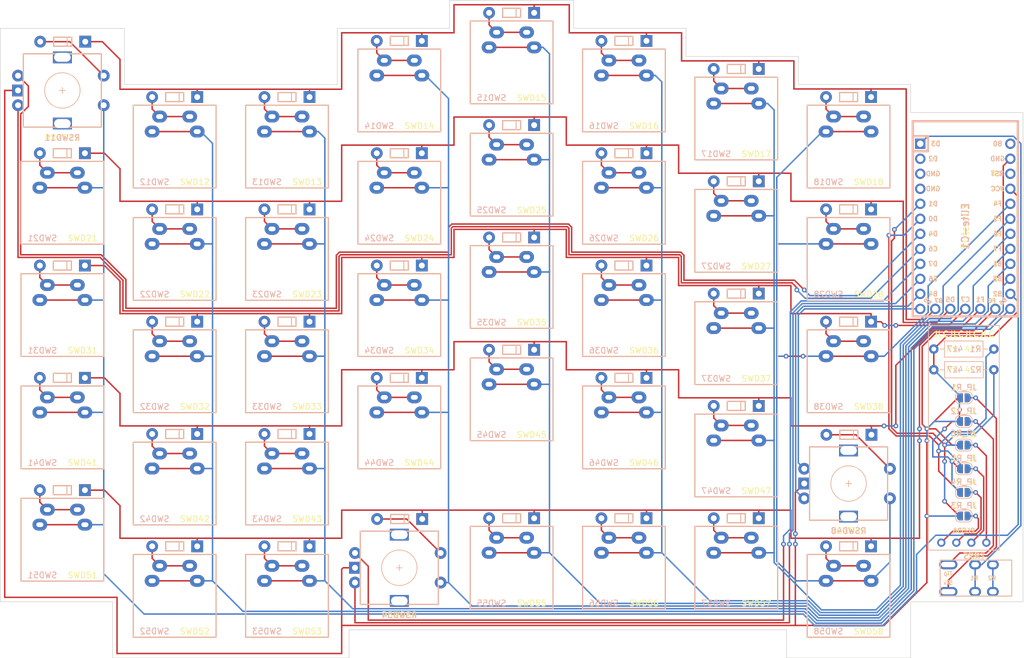
<source format=kicad_pcb>
(kicad_pcb (version 20211014) (generator pcbnew)
  (layers (0 "F.Cu" signal) (31 "B.Cu" signal) (34 "B.Paste" user) (35 "F.Paste" user) (36 "B.SilkS" user "B.Silkscreen") (37 "F.SilkS" user "F.Silkscreen") (38 "B.Mask" user) (39 "F.Mask" user) (44 "Edge.Cuts" user))
  (net 0 "")
  (net 1 "Net-(Elite-C1-Pad1)")
  (net 4 "Net-(Elite-C1-Pad5)")
  (net 5 "Net-(Elite-C1-Pad11)")
  (net 6 "Net-(Elite-C1-Pad7)")
  (net 7 "Net-(Elite-C1-Pad8)")
  (net 8 "Net-(Elite-C1-Pad9)")
  (net 9 "Net-(Elite-C1-Pad10)")
  (net 10 "Net-(Elite-C1-Pad12)")
  (net 11 "Net-(Elite-C1-Pad13)")
  (net 12 "Net-(Elite-C1-Pad14)")
  (net 13 "Net-(Elite-C1-Pad15)")
  (net 14 "Net-(Elite-C1-Pad21)")
  (net 17 "Net-(Elite-C1-Pad25)")
  (net 18 "Net-(Elite-C1-Pad26)")
  (net 19 "Net-(Elite-C1-Pad27)")
  (net 20 "Net-(Elite-C1-Pad28)")
  (net 21 "Net-(Elite-C1-Pad29)")
  (net 22 "Net-(JP_L3-Pad2)")
  (net 23 "Net-(JP_L4-Pad2)")
  (net 24 "Net-(RSWD11-Pad2)")
  (net 25 "Net-(RSWD48-Pad2)")
  (net 26 "Net-(RSWD54-Pad2)")
  (net 27 "Net-(SWD12-Pad2)")
  (net 28 "Net-(SWD13-Pad2)")
  (net 29 "Net-(SWD14-Pad2)")
  (net 30 "Net-(SWD15-Pad2)")
  (net 31 "Net-(SWD16-Pad2)")
  (net 32 "Net-(SWD17-Pad2)")
  (net 33 "Net-(SWD18-Pad2)")
  (net 34 "Net-(SWD21-Pad2)")
  (net 35 "Net-(SWD22-Pad2)")
  (net 36 "Net-(SWD23-Pad2)")
  (net 37 "Net-(SWD24-Pad2)")
  (net 38 "Net-(SWD25-Pad2)")
  (net 39 "Net-(SWD26-Pad2)")
  (net 40 "Net-(SWD27-Pad2)")
  (net 41 "Net-(SWD28-Pad2)")
  (net 42 "Net-(SWD31-Pad2)")
  (net 43 "Net-(SWD32-Pad2)")
  (net 44 "Net-(SWD33-Pad2)")
  (net 45 "Net-(SWD34-Pad2)")
  (net 46 "Net-(SWD35-Pad2)")
  (net 47 "Net-(SWD36-Pad2)")
  (net 48 "Net-(SWD37-Pad2)")
  (net 49 "Net-(SWD38-Pad2)")
  (net 50 "Net-(SWD41-Pad2)")
  (net 51 "Net-(SWD42-Pad2)")
  (net 52 "Net-(SWD43-Pad2)")
  (net 53 "Net-(SWD44-Pad2)")
  (net 54 "Net-(SWD45-Pad2)")
  (net 55 "Net-(SWD46-Pad2)")
  (net 56 "Net-(SWD47-Pad2)")
  (net 57 "Net-(SWD51-Pad2)")
  (net 58 "Net-(SWD55-Pad2)")
  (net 59 "Net-(SWD56-Pad2)")
  (net 60 "Net-(SWD57-Pad2)")
  (net 61 "Net-(SWD58-Pad2)")
  (net 62 "unconnected-(TRRS1-Pad4)")
  (net 63 "Net-(SWD52-Pad2)")
  (net 64 "Net-(SWD53-Pad2)")
  (net 65 "Net-(Elite-C1-Pad16)")
  (net 66 "Net-(Elite-C1-Pad17)")
  (net 67 "Net-(Elite-C1-Pad18)")
  (net 68 "Net-(Elite-C1-Pad19)")
  (net 70 "Net-(Elite-C1-Pad20)")
  (net 71 "Net-(Elite-C1-Pad6)")
  (net 72 "Net-(Elite-C1-Pad23)")
  (net 73 "Net-(JP_L5-Pad2)")
  (net 74 "Net-(JP_L6-Pad2)")
  (net 75 "Net-(JP_L1-Pad2)")
  (net 76 "Net-(JP_L2-Pad2)")
  (footprint "timo:MX" (layer "F.Cu") (at 74 106)
    (fp_text reference "SWD41")
    (fp_text value "MX_Diode" hide)
  )
  (footprint "timo:MX" (layer "F.Cu") (at 188 53.75)
    (fp_text reference "SWD17")
    (fp_text value "MX_Diode" hide)
  )
  (footprint "timo:TRRS-PJ-320A" (layer "F.Cu") (at 228.5005 131.506)
    (fp_text reference "TRRS1")
    (fp_text value "TRRS")
  )
  (footprint "timo:MX" (layer "F.Cu") (at 169 87)
    (fp_text reference "SWD36")
    (fp_text value "MX_Diode" hide)
  )
  (footprint "timo:MX" (layer "F.Cu") (at 169 68)
    (fp_text reference "SWD26")
    (fp_text value "MX_Diode" hide)
  )
  (footprint "timo:MX" (layer "F.Cu") (at 207 58.5)
    (fp_text reference "SWD18")
    (fp_text value "MX_Diode" hide)
  )
  (footprint "timo:MX" (layer "F.Cu") (at 74 87)
    (fp_text reference "SWD31")
    (fp_text value "MX_Diode" hide)
  )
  (footprint "timo:SolderJumper_Open" (layer "F.Cu") (at 226.5 105)
    (fp_text reference "JP_L2")
    (fp_text value "SolderJumper_Open" hide)
  )
  (footprint "timo:MX" (layer "F.Cu") (at 112 77.5)
    (fp_text reference "SWD23")
    (fp_text value "MX_Diode" hide)
  )
  (footprint "timo:SolderJumper_Open" (layer "F.Cu") (at 226.5 113)
    (fp_text reference "JP_L5")
    (fp_text value "SolderJumper_Open" hide)
  )
  (footprint "timo:MX" (layer "F.Cu") (at 207 134.5)
    (fp_text reference "SWD58")
    (fp_text value "MX_Diode" hide)
  )
  (footprint "timo:RotaryEncoder_Switch_Diode" (layer "F.Cu") (at 207 115.5)
    (fp_text reference "RSWD48")
    (fp_text value "RotaryEncoder_Switch_Diode" hide)
  )
  (footprint "timo:MX" (layer "F.Cu") (at 169 49)
    (fp_text reference "SWD16")
    (fp_text value "MX_Diode" hide)
  )
  (footprint "timo:MX" (layer "F.Cu") (at 74 125)
    (fp_text reference "SWD51")
    (fp_text value "MX_Diode" hide)
  )
  (footprint "timo:MX" (layer "F.Cu") (at 150 82.25)
    (fp_text reference "SWD35")
    (fp_text value "MX_Diode" hide)
  )
  (footprint "timo:MX" (layer "F.Cu") (at 131 87)
    (fp_text reference "SWD34")
    (fp_text value "MX_Diode" hide)
  )
  (footprint "timo:MX" (layer "F.Cu") (at 93 96.5)
    (fp_text reference "SWD32")
    (fp_text value "MX_Diode" hide)
  )
  (footprint "timo:MX" (layer "F.Cu") (at 131 68)
    (fp_text reference "SWD24")
    (fp_text value "MX_Diode" hide)
  )
  (footprint "timo:RotaryEncoder_Switch_Diode" (layer "F.Cu") (at 74 49)
    (fp_text reference "RSWD11")
    (fp_text value "RotaryEncoder_Switch_Diode" hide)
  )
  (footprint "timo:MX" (layer "F.Cu") (at 150 101.25)
    (fp_text reference "SWD45")
    (fp_text value "MX_Diode" hide)
  )
  (footprint "timo:MX" (layer "F.Cu") (at 131 49)
    (fp_text reference "SWD14")
    (fp_text value "MX_Diode" hide)
  )
  (footprint "timo:MX" (layer "F.Cu") (at 93 58.5)
    (fp_text reference "SWD12")
    (fp_text value "MX_Diode" hide)
  )
  (footprint "Resistor_THT:R_Axial_DIN0207_L6.3mm_D2.5mm_P10.16mm_Horizontal" (layer "F.Cu") (at 221.42 92.75)
    (fp_text reference "R1")
    (fp_text value "4k7")
  )
  (footprint "timo:MX" (layer "F.Cu") (at 188 129.75)
    (fp_text reference "SWD57")
    (fp_text value "MX_Diode" hide)
  )
  (footprint "timo:MX" (layer "F.Cu") (at 188 91.75)
    (fp_text reference "SWD37")
    (fp_text value "MX_Diode" hide)
  )
  (footprint "timo:MX" (layer "F.Cu") (at 131 106)
    (fp_text reference "SWD44")
    (fp_text value "MX_Diode" hide)
  )
  (footprint "timo:MX" (layer "F.Cu") (at 188 72.75)
    (fp_text reference "SWD27")
    (fp_text value "MX_Diode" hide)
  )
  (footprint "timo:SolderJumper_Open" (layer "F.Cu") (at 226.5 109)
    (fp_text reference "JP_L6")
    (fp_text value "SolderJumper_Open" hide)
  )
  (footprint "timo:MX" (layer "F.Cu") (at 93 77.5)
    (fp_text reference "SWD22")
    (fp_text value "MX_Diode" hide)
  )
  (footprint "timo:MX" (layer "F.Cu") (at 112 96.5)
    (fp_text reference "SWD33")
    (fp_text value "MX_Diode" hide)
  )
  (footprint "timo:MX" (layer "F.Cu") (at 112 58.5)
    (fp_text reference "SWD13")
    (fp_text value "MX_Diode" hide)
  )
  (footprint "timo:SolderJumper_Open" (layer "F.Cu") (at 226.5 121)
    (fp_text reference "JP_L3")
    (fp_text value "SolderJumper_Open" hide)
  )
  (footprint "timo:MX" (layer "F.Cu") (at 207 96.5)
    (fp_text reference "SWD38")
    (fp_text value "MX_Diode" hide)
  )
  (footprint "timo:MX" (layer "F.Cu") (at 74 68)
    (fp_text reference "SWD21")
    (fp_text value "MX_Diode" hide)
  )
  (footprint "timo:MX" (layer "F.Cu") (at 169 106)
    (fp_text reference "SWD46")
    (fp_text value "MX_Diode" hide)
  )
  (footprint "timo:MX" (layer "F.Cu") (at 150 63.25)
    (fp_text reference "SWD25")
    (fp_text value "MX_Diode" hide)
  )
  (footprint "timo:Elite-C" (layer "F.Cu") (at 226.75 71.98675 -90)
    (fp_text reference "Elite-C1")
    (fp_text value "Elite-C" hide)
  )
  (footprint "timo:OLED" (layer "F.Cu") (at 226.5 125.5)
    (fp_text reference "OLED1")
    (fp_text value "OLED" hide)
  )
  (footprint "timo:MX" (layer "F.Cu") (at 188 110.75)
    (fp_text reference "SWD47")
    (fp_text value "MX_Diode" hide)
  )
  (footprint "timo:MX" (layer "F.Cu") (at 150 129.75)
    (fp_text reference "SWD55")
    (fp_text value "MX_Diode" hide)
  )
  (footprint "timo:MX" (layer "F.Cu") (at 150 44.25)
    (fp_text reference "SWD15")
    (fp_text value "MX_Diode" hide)
  )
  (footprint "timo:MX" (layer "F.Cu") (at 112 134.5)
    (fp_text reference "SWD53")
    (fp_text value "MX_Diode" hide)
  )
  (footprint "timo:MX" (layer "F.Cu") (at 207 77.5)
    (fp_text reference "SWD28")
    (fp_text value "MX_Diode" hide)
  )
  (footprint "timo:MX" (layer "F.Cu") (at 93 115.5)
    (fp_text reference "SWD42")
    (fp_text value "MX_Diode" hide)
  )
  (footprint "timo:RotaryEncoder_Switch_Diode" (layer "F.Cu") (at 131 129.75)
    (fp_text reference "RSWD54")
    (fp_text value "RotaryEncoder_Switch_Diode" hide)
  )
  (footprint "timo:MX" (layer "F.Cu") (at 112 115.5)
    (fp_text reference "SWD43")
    (fp_text value "MX_Diode" hide)
  )
  (footprint "Resistor_THT:R_Axial_DIN0207_L6.3mm_D2.5mm_P10.16mm_Horizontal" (layer "F.Cu") (at 221.42 96.25)
    (fp_text reference "R2")
    (fp_text value "4k7")
  )
  (footprint "timo:MX" (layer "F.Cu") (at 169 129.75)
    (fp_text reference "SWD56")
    (fp_text value "MX_Diode" hide)
  )
  (footprint "timo:SolderJumper_Open" (layer "F.Cu") (at 226.5 117)
    (fp_text reference "JP_L4")
    (fp_text value "SolderJumper_Open" hide)
  )
  (footprint "timo:MX" (layer "F.Cu") (at 93 134.5)
    (fp_text reference "SWD52")
    (fp_text value "MX_Diode" hide)
  )
  (footprint "timo:SolderJumper_Open" (layer "F.Cu") (at 226.5 101)
    (fp_text reference "JP_L1")
    (fp_text value "SolderJumper_Open" hide)
  )
  (footprint "timo:SolderJumper_Open" (layer "B.Cu") (at 226.5 113)
    (fp_text reference "JP_R5")
    (fp_text value "SolderJumper_Open" hide)
  )
  (footprint "timo:SolderJumper_Open" (layer "B.Cu") (at 226.5 105)
    (fp_text reference "JP_R2")
    (fp_text value "SolderJumper_Open" hide)
  )
  (footprint "timo:SolderJumper_Open" (layer "B.Cu") (at 226.5 101)
    (fp_text reference "JP_R1")
    (fp_text value "SolderJumper_Open" hide)
  )
  (footprint "timo:SolderJumper_Open" (layer "B.Cu") (at 226.5 109)
    (fp_text reference "JP_R6")
    (fp_text value "SolderJumper_Open" hide)
  )
  (footprint "timo:SolderJumper_Open" (layer "B.Cu") (at 226.5 121)
    (fp_text reference "JP_R3")
    (fp_text value "SolderJumper_Open" hide)
  )
  (footprint "timo:SolderJumper_Open" (layer "B.Cu") (at 226.5 117)
    (fp_text reference "JP_R4")
    (fp_text value "SolderJumper_Open" hide)
  )
  (gr_line (start 139.5 33.75) (end 160.5 33.75) (layer "Edge.Cuts") (width 0.1))
  (gr_line (start 196.5 140.25) (end 122.5 140.25) (layer "Edge.Cuts") (width 0.1))
  (gr_line (start 82.5 145) (end 82.5 135.5) (layer "Edge.Cuts") (width 0.1))
  (gr_line (start 84.5 48) (end 120.5 48) (layer "Edge.Cuts") (width 0.1))
  (gr_line (start 63.5 38.5) (end 84.5 38.5) (layer "Edge.Cuts") (width 0.1))
  (gr_line (start 122.5 140.25) (end 122.5 145) (layer "Edge.Cuts") (width 0.1))
  (gr_line (start 217.5 145) (end 196.5 145) (layer "Edge.Cuts") (width 0.1))
  (gr_line (start 236.5 52.75) (end 236.5 135.5) (layer "Edge.Cuts") (width 0.1))
  (gr_line (start 217.5 135.5) (end 217.5 145) (layer "Edge.Cuts") (width 0.1))
  (gr_line (start 236.5 135.5) (end 217.5 135.5) (layer "Edge.Cuts") (width 0.1))
  (gr_line (start 217.25 48) (end 217.5 48) (layer "Edge.Cuts") (width 0.1))
  (gr_line (start 217.5 52.75) (end 236.5 52.75) (layer "Edge.Cuts") (width 0.1))
  (gr_line (start 63.5 135.5) (end 63.5 38.5) (layer "Edge.Cuts") (width 0.1))
  (gr_line (start 160.5 33.75) (end 160.5 38.5) (layer "Edge.Cuts") (width 0.1))
  (gr_line (start 198.5 48) (end 217.25 48) (layer "Edge.Cuts") (width 0.1))
  (gr_line (start 120.5 38.5) (end 139.5 38.5) (layer "Edge.Cuts") (width 0.1))
  (gr_line (start 160.5 38.5) (end 179.5 38.5) (layer "Edge.Cuts") (width 0.1))
  (gr_line (start 120.5 48) (end 120.5 38.5) (layer "Edge.Cuts") (width 0.1))
  (gr_line (start 198.5 43.25) (end 198.5 48) (layer "Edge.Cuts") (width 0.1))
  (gr_line (start 217.5 48) (end 217.5 52.75) (layer "Edge.Cuts") (width 0.1))
  (gr_line (start 196.5 145) (end 196.5 140.25) (layer "Edge.Cuts") (width 0.1))
  (gr_line (start 179.5 43.25) (end 198.5 43.25) (layer "Edge.Cuts") (width 0.1))
  (gr_line (start 82.5 135.5) (end 63.5 135.5) (layer "Edge.Cuts") (width 0.1))
  (gr_line (start 179.5 38.5) (end 179.5 43.25) (layer "Edge.Cuts") (width 0.1))
  (gr_line (start 84.5 38.5) (end 84.5 48) (layer "Edge.Cuts") (width 0.1))
  (gr_line (start 139.5 38.5) (end 139.5 33.75) (layer "Edge.Cuts") (width 0.1))
  (gr_line (start 122.5 145) (end 82.5 145) (layer "Edge.Cuts") (width 0.1))
  (gr_text "JLCJLCJLCJLC" (at 226.5 90.25) (layer "F.SilkS") (effects (font (size 1 1) (thickness 0.2))))
  (segment (start 234.900727 56.75) (end 220.39675 56.75) (width 0.25) (layer "B.Cu") (net 1))
  (segment (start 220.39675 56.75) (end 219.13 58.01675) (width 0.25) (layer "B.Cu") (net 1))
  (segment (start 236.14952 122.611197) (end 236.14952 57.998793) (width 0.25) (layer "B.Cu") (net 1))
  (segment (start 229.540718 129.22) (end 236.14952 122.611197) (width 0.25) (layer "B.Cu") (net 1))
  (segment (start 236.14952 57.998793) (end 234.900727 56.75) (width 0.25) (layer "B.Cu") (net 1))
  (segment (start 228.4125 129.22) (end 229.540718 129.22) (width 0.25) (layer "B.Cu") (net 1))
  (segment (start 228.4125 133.8) (end 228.4125 129.22) (width 0.25) (layer "B.Cu") (net 1))
  (segment (start 223.25 118.5) (end 225.75 121) (width 0.25) (layer "F.Cu") (net 4))
  (segment (start 221.274598 107) (end 223.262299 108.987701) (width 0.25) (layer "F.Cu") (net 4))
  (segment (start 225.75 121) (end 225.85 121) (width 0.25) (layer "F.Cu") (net 4))
  (segment (start 214.275489 106.050103) (end 215.225386 107) (width 0.25) (layer "F.Cu") (net 4))
  (segment (start 214.75 74) (end 214.275489 74.474511) (width 0.25) (layer "F.Cu") (net 4))
  (segment (start 214.75 72.5255) (end 214.75 74) (width 0.25) (layer "F.Cu") (net 4))
  (segment (start 223.262299 111.737701) (end 223.25 111.75) (width 0.25) (layer "F.Cu") (net 4))
  (segment (start 215.225386 107) (end 221.274598 107) (width 0.25) (layer "F.Cu") (net 4))
  (segment (start 214.275489 74.474511) (end 214.275489 106.050103) (width 0.25) (layer "F.Cu") (net 4))
  (segment (start 223.262299 108.987701) (end 223.262299 111.737701) (width 0.25) (layer "F.Cu") (net 4))
  (via (at 223.25 118.5) (size 0.8) (drill 0.4) (layers "F.Cu" "B.Cu") (net 4))
  (via (at 214.75 72.5255) (size 0.8) (drill 0.4) (layers "F.Cu" "B.Cu") (net 4))
  (via (at 223.262299 108.987701) (size 0.8) (drill 0.4) (layers "F.Cu" "B.Cu") (net 4))
  (via (at 223.25 111.75) (size 0.8) (drill 0.4) (layers "F.Cu" "B.Cu") (net 4))
  (segment (start 223.25 118.5) (end 223.25 111.75) (width 0.25) (layer "B.Cu") (net 4))
  (segment (start 214.78125 72.5255) (end 219.13 68.17675) (width 0.25) (layer "B.Cu") (net 4))
  (segment (start 225.05048 107.19952) (end 228.30048 107.19952) (width 0.25) (layer "B.Cu") (net 4))
  (segment (start 228.30048 107.19952) (end 231.58 103.92) (width 0.25) (layer "B.Cu") (net 4))
  (segment (start 223.262299 108.987701) (end 225.05048 107.19952) (width 0.25) (layer "B.Cu") (net 4))
  (segment (start 231.58 103.92) (end 231.58 96.25) (width 0.25) (layer "B.Cu") (net 4))
  (segment (start 223.274598 109) (end 225.85 109) (width 0.25) (layer "B.Cu") (net 4))
  (segment (start 214.75 72.5255) (end 214.78125 72.5255) (width 0.25) (layer "B.Cu") (net 4))
  (segment (start 223.262299 108.987701) (end 223.274598 109) (width 0.25) (layer "B.Cu") (net 4))
  (segment (start 199.357052 85.50723) (end 198.05048 86.813802) (width 0.25) (layer "B.Cu") (net 5))
  (segment (start 219.13 83.41675) (end 217.03952 85.50723) (width 0.25) (layer "B.Cu") (net 5))
  (segment (start 199.350978 118) (end 199.5 118) (width 0.25) (layer "B.Cu") (net 5))
  (segment (start 217.03952 85.50723) (end 199.357052 85.50723) (width 0.25) (layer "B.Cu") (net 5))
  (segment (start 198.05048 86.813802) (end 198.05048 116.699502) (width 0.25) (layer "B.Cu") (net 5))
  (segment (start 198.05048 116.699502) (end 199.350978 118) (width 0.25) (layer "B.Cu") (net 5))
  (segment (start 68.25 51.69952) (end 68.25 48.25) (width 0.25) (layer "F.Cu") (net 6))
  (segment (start 160.14904 72.127606) (end 159.622395 71.60096) (width 0.25) (layer "F.Cu") (net 6))
  (segment (start 120.35096 85.85096) (end 84.75 85.85096) (width 0.25) (layer "F.Cu") (net 6))
  (segment (start 66.94952 53) (end 68.25 51.69952) (width 0.25) (layer "F.Cu") (net 6))
  (segment (start 160.14904 76.35096) (end 160.14904 72.127606) (width 0.25) (layer "F.Cu") (net 6))
  (segment (start 179.14904 81.10096) (end 179.14904 76.877605) (width 0.25) (layer "F.Cu") (net 6))
  (segment (start 68.25 48.25) (end 66.5 46.5) (width 0.25) (layer "F.Cu") (net 6))
  (segment (start 159.622395 71.60096) (end 139.877606 71.60096) (width 0.25) (layer "F.Cu") (net 6))
  (segment (start 66.94952 76.80048) (end 66.94952 53) (width 0.25) (layer "F.Cu") (net 6))
  (segment (start 120.877606 76.35096) (end 120.35096 76.877605) (width 0.25) (layer "F.Cu") (net 6))
  (segment (start 179.14904 76.877605) (end 178.622394 76.35096) (width 0.25) (layer "F.Cu") (net 6))
  (segment (start 139.35096 72.127605) (end 139.35096 76.35096) (width 0.25) (layer "F.Cu") (net 6))
  (segment (start 199.5 82.75) (end 197.85096 81.10096) (width 0.25) (layer "F.Cu") (net 6))
  (segment (start 120.35096 76.877605) (end 120.35096 85.85096) (width 0.25) (layer "F.Cu") (net 6))
  (segment (start 84.75 85.85096) (end 84.75 80.978566) (width 0.25) (layer "F.Cu") (net 6))
  (segment (start 139.35096 76.35096) (end 120.877606 76.35096) (width 0.25) (layer "F.Cu") (net 6))
  (segment (start 80.571914 76.80048) (end 66.94952 76.80048) (width 0.25) (layer "F.Cu") (net 6))
  (segment (start 139.877606 71.60096) (end 139.35096 72.127605) (width 0.25) (layer "F.Cu") (net 6))
  (segment (start 178.622394 76.35096) (end 160.14904 76.35096) (width 0.25) (layer "F.Cu") (net 6))
  (segment (start 84.75 80.978566) (end 80.571914 76.80048) (width 0.25) (layer "F.Cu") (net 6))
  (segment (start 197.85096 81.10096) (end 179.14904 81.10096) (width 0.25) (layer "F.Cu") (net 6))
  (via (at 199.5 82.75) (size 0.8) (drill 0.4) (layers "F.Cu" "B.Cu") (net 6))
  (segment (start 219.13 73.25675) (end 208.6776 83.70915) (width 0.25) (layer "B.Cu") (net 6))
  (segment (start 200.45915 83.70915) (end 199.5 82.75) (width 0.25) (layer "B.Cu") (net 6))
  (segment (start 208.6776 83.70915) (end 200.45915 83.70915) (width 0.25) (layer "B.Cu") (net 6))
  (segment (start 139.80048 72.313803) (end 139.80048 76.80048) (width 0.25) (layer "F.Cu") (net 7))
  (segment (start 198.25 82.75) (end 198.25 82.364283) (width 0.25) (layer "F.Cu") (net 7))
  (segment (start 178.436197 76.80048) (end 159.69952 76.80048) (width 0.25) (layer "F.Cu") (net 7))
  (segment (start 84.25 81.114283) (end 80.385717 77.25) (width 0.25) (layer "F.Cu") (net 7))
  (segment (start 140.063803 72.05048) (end 139.80048 72.313803) (width 0.25) (layer "F.Cu") (net 7))
  (segment (start 66.5 77.25) (end 66.5 51.5) (width 0.25) (layer "F.Cu") (net 7))
  (segment (start 198.25 82.364283) (end 197.436197 81.55048) (width 0.25) (layer "F.Cu") (net 7))
  (segment (start 121.063803 76.80048) (end 120.80048 77.063803) (width 0.25) (layer "F.Cu") (net 7))
  (segment (start 159.436197 72.05048) (end 140.063803 72.05048) (width 0.25) (layer "F.Cu") (net 7))
  (segment (start 80.385717 77.25) (end 66.5 77.25) (width 0.25) (layer "F.Cu") (net 7))
  (segment (start 159.69952 72.313803) (end 159.436197 72.05048) (width 0.25) (layer "F.Cu") (net 7))
  (segment (start 178.69952 77.063803) (end 178.436197 76.80048) (width 0.25) (layer "F.Cu") (net 7))
  (segment (start 178.69952 81.55048) (end 178.69952 77.063803) (width 0.25) (layer "F.Cu") (net 7))
  (segment (start 159.69952 76.80048) (end 159.69952 72.313803) (width 0.25) (layer "F.Cu") (net 7))
  (segment (start 197.436197 81.55048) (end 178.69952 81.55048) (width 0.25) (layer "F.Cu") (net 7))
  (segment (start 139.80048 76.80048) (end 121.063803 76.80048) (width 0.25) (layer "F.Cu") (net 7))
  (segment (start 84.25 86.30048) (end 84.25 81.114283) (width 0.25) (layer "F.Cu") (net 7))
  (segment (start 120.80048 77.063803) (end 120.80048 86.30048) (width 0.25) (layer "F.Cu") (net 7))
  (segment (start 120.80048 86.30048) (end 84.25 86.30048) (width 0.25) (layer "F.Cu") (net 7))
  (via (at 198.25 82.75) (size 0.8) (drill 0.4) (layers "F.Cu" "B.Cu") (net 7))
  (segment (start 199.65867 84.15867) (end 210.76808 84.15867) (width 0.25) (layer "B.Cu") (net 7))
  (segment (start 210.76808 84.15867) (end 219.13 75.79675) (width 0.25) (layer "B.Cu") (net 7))
  (segment (start 198.25 82.75) (end 199.65867 84.15867) (width 0.25) (layer "B.Cu") (net 7))
  (segment (start 196 125.750497) (end 196 138.60096) (width 0.25) (layer "F.Cu") (net 8))
  (segment (start 196 138.60096) (end 125.75 138.60096) (width 0.25) (layer "F.Cu") (net 8))
  (segment (start 125.75 129.5) (end 123.5 127.25) (width 0.25) (layer "F.Cu") (net 8))
  (segment (start 196.000497 125.75) (end 196 125.750497) (width 0.25) (layer "F.Cu") (net 8))
  (segment (start 125.75 138.60096) (end 125.75 129.5) (width 0.25) (layer "F.Cu") (net 8))
  (via (at 196.000497 125.75) (size 0.8) (drill 0.4) (layers "F.Cu" "B.Cu") (net 8))
  (segment (start 198.984656 84.608191) (end 212.858559 84.608191) (width 0.25) (layer "B.Cu") (net 8))
  (segment (start 197.15144 86.441408) (end 198.984656 84.608191) (width 0.25) (layer "B.Cu") (net 8))
  (segment (start 196.000497 125.75) (end 196.000497 124.339171) (width 0.25) (layer "B.Cu") (net 8))
  (segment (start 196.000497 124.339171) (end 197.15144 123.188228) (width 0.25) (layer "B.Cu") (net 8))
  (segment (start 212.858559 84.608191) (end 219.13 78.33675) (width 0.25) (layer "B.Cu") (net 8))
  (segment (start 197.15144 123.188228) (end 197.15144 86.441408) (width 0.25) (layer "B.Cu") (net 8))
  (segment (start 197 139.05048) (end 123.5 139.05048) (width 0.25) (layer "F.Cu") (net 9))
  (segment (start 123.5 139.05048) (end 123.5 132.25) (width 0.25) (layer "F.Cu") (net 9))
  (segment (start 197 125.75) (end 197 139.05048) (width 0.25) (layer "F.Cu") (net 9))
  (via (at 197 125.75) (size 0.8) (drill 0.4) (layers "F.Cu" "B.Cu") (net 9))
  (segment (start 197 123.975386) (end 197.60096 123.374426) (width 0.25) (layer "B.Cu") (net 9))
  (segment (start 197.60096 86.627605) (end 199.170854 85.05771) (width 0.25) (layer "B.Cu") (net 9))
  (segment (start 197 125.75) (end 197 123.975386) (width 0.25) (layer "B.Cu") (net 9))
  (segment (start 199.170854 85.05771) (end 214.94904 85.05771) (width 0.25) (layer "B.Cu") (net 9))
  (segment (start 197.60096 123.374426) (end 197.60096 86.627605) (width 0.25) (layer "B.Cu") (net 9))
  (segment (start 214.94904 85.05771) (end 219.13 80.87675) (width 0.25) (layer "B.Cu") (net 9))
  (segment (start 198.5 112) (end 199.5 113) (width 0.25) (layer "B.Cu") (net 10))
  (segment (start 198.5 87) (end 198.5 112) (width 0.25) (layer "B.Cu") (net 10))
  (segment (start 199.54325 85.95675) (end 198.5 87) (width 0.25) (layer "B.Cu") (net 10))
  (segment (start 219.13 85.95675) (end 199.54325 85.95675) (width 0.25) (layer "B.Cu") (net 10))
  (segment (start 96.81 131.96) (end 89.19 131.96) (width 0.25) (layer "F.Cu") (net 11))
  (segment (start 96.81 112.96) (end 89.19 112.96) (width 0.25) (layer "F.Cu") (net 11))
  (segment (start 89.19 55.96) (end 96.81 55.96) (width 0.25) (layer "F.Cu") (net 11))
  (segment (start 96.81 93.96) (end 89.19 93.96) (width 0.25) (layer "F.Cu") (net 11))
  (segment (start 89.19 74.96) (end 96.81 74.96) (width 0.25) (layer "F.Cu") (net 11))
  (segment (start 97.413157 55.96) (end 99.404521 57.951364) (width 0.25) (layer "B.Cu") (net 11))
  (segment (start 96.81 112.96) (end 99.349042 112.96) (width 0.25) (layer "B.Cu") (net 11))
  (segment (start 96.81 55.96) (end 97.413157 55.96) (width 0.25) (layer "B.Cu") (net 11))
  (segment (start 104.568552 137.124031) (end 199.492285 137.124031) (width 0.25) (layer "B.Cu") (net 11))
  (segment (start 99.404521 93.845479) (end 99.404521 112.904521) (width 0.25) (layer "B.Cu") (net 11))
  (segment (start 96.81 93.96) (end 99.29 93.96) (width 0.25) (layer "B.Cu") (net 11))
  (segment (start 99.404521 131.96) (end 96.81 131.96) (width 0.25) (layer "B.Cu") (net 11))
  (segment (start 212.556465 139.122121) (end 218.04808 133.630505) (width 0.25) (layer "B.Cu") (net 11))
  (segment (start 201.490375 139.122121) (end 212.556465 139.122121) (width 0.25) (layer "B.Cu") (net 11))
  (segment (start 230.921589 89.405161) (end 234.37 85.95675) (width 0.25) (layer "B.Cu") (net 11))
  (segment (start 218.04808 133.630505) (end 218.04808 92.766228) (width 0.25) (layer "B.Cu") (net 11))
  (segment (start 218.04808 92.766228) (end 221.409147 89.405161) (width 0.25) (layer "B.Cu") (net 11))
  (segment (start 99.404521 112.904521) (end 99.404521 131.96) (width 0.25) (layer "B.Cu") (net 11))
  (segment (start 99.29 93.96) (end 99.404521 93.845479) (width 0.25) (layer "B.Cu") (net 11))
  (segment (start 99.404521 131.96) (end 104.568552 137.124031) (width 0.25) (layer "B.Cu") (net 11))
  (segment (start 96.81 74.96) (end 99.29 74.96) (width 0.25) (layer "B.Cu") (net 11))
  (segment (start 99.404521 57.951364) (end 99.404521 74.845479) (width 0.25) (layer "B.Cu") (net 11))
  (segment (start 99.349042 112.96) (end 99.404521 112.904521) (width 0.25) (layer "B.Cu") (net 11))
  (segment (start 221.409147 89.405161) (end 230.921589 89.405161) (width 0.25) (layer "B.Cu") (net 11))
  (segment (start 99.29 74.96) (end 99.404521 74.845479) (width 0.25) (layer "B.Cu") (net 11))
  (segment (start 99.404521 74.845479) (end 99.404521 93.845479) (width 0.25) (layer "B.Cu") (net 11))
  (segment (start 199.492285 137.124031) (end 201.490375 139.122121) (width 0.25) (layer "B.Cu") (net 11))
  (segment (start 77.81 103.46) (end 70.19 103.46) (width 0.25) (layer "F.Cu") (net 12))
  (segment (start 70.19 122.46) (end 77.81 122.46) (width 0.25) (layer "F.Cu") (net 12))
  (segment (start 70.19 65.46) (end 77.81 65.46) (width 0.25) (layer "F.Cu") (net 12))
  (segment (start 70.19 84.46) (end 77.81 84.46) (width 0.25) (layer "F.Cu") (net 12))
  (segment (start 218.4976 133.816702) (end 218.4976 127.5) (width 0.25) (layer "B.Cu") (net 12))
  (segment (start 81 51.5) (end 81 65.5) (width 0.25) (layer "B.Cu") (net 12))
  (segment (start 77.81 103.46) (end 80.96 103.46) (width 0.25) (layer "B.Cu") (net 12))
  (segment (start 201.304178 139.571641) (end 212.742662 139.571641) (width 0.25) (layer "B.Cu") (net 12))
  (segment (start 81 122.46) (end 77.81 122.46) (width 0.25) (layer "B.Cu") (net 12))
  (segment (start 77.81 65.46) (end 80.96 65.46) (width 0.25) (layer "B.Cu") (net 12))
  (segment (start 235.7 122.424999) (end 235.7 84.74675) (width 0.25) (layer "B.Cu") (net 12))
  (segment (start 80.96 84.46) (end 81 84.5) (width 0.25) (layer "B.Cu") (net 12))
  (segment (start 81 65.5) (end 81 84.5) (width 0.25) (layer "B.Cu") (net 12))
  (segment (start 199.306088 137.573551) (end 201.304178 139.571641) (width 0.25) (layer "B.Cu") (net 12))
  (segment (start 233.874999 124.25) (end 235.7 122.424999) (width 0.25) (layer "B.Cu") (net 12))
  (segment (start 81 122.46) (end 81 130.75) (width 0.25) (layer "B.Cu") (net 12))
  (segment (start 218.4976 127.5) (end 221.7476 124.25) (width 0.25) (layer "B.Cu") (net 12))
  (segment (start 80.96 103.46) (end 81 103.5) (width 0.25) (layer "B.Cu") (net 12))
  (segment (start 77.81 84.46) (end 80.96 84.46) (width 0.25) (layer "B.Cu") (net 12))
  (segment (start 80.96 65.46) (end 81 65.5) (width 0.25) (layer "B.Cu") (net 12))
  (segment (start 235.7 84.74675) (end 234.37 83.41675) (width 0.25) (layer "B.Cu") (net 12))
  (segment (start 81 130.75) (end 87.823551 137.573551) (width 0.25) (layer "B.Cu") (net 12))
  (segment (start 81 103.5) (end 81 122.46) (width 0.25) (layer "B.Cu") (net 12))
  (segment (start 87.823551 137.573551) (end 199.306088 137.573551) (width 0.25) (layer "B.Cu") (net 12))
  (segment (start 81 84.5) (end 81 103.5) (width 0.25) (layer "B.Cu") (net 12))
  (segment (start 221.7476 124.25) (end 233.874999 124.25) (width 0.25) (layer "B.Cu") (net 12))
  (segment (start 212.742662 139.571641) (end 218.4976 133.816702) (width 0.25) (layer "B.Cu") (net 12))
  (segment (start 115.81 74.96) (end 108.19 74.96) (width 0.25) (layer "F.Cu") (net 13))
  (segment (start 115.81 93.96) (end 108.19 93.96) (width 0.25) (layer "F.Cu") (net 13))
  (segment (start 108.19 112.96) (end 115.81 112.96) (width 0.25) (layer "F.Cu") (net 13))
  (segment (start 108.19 131.96) (end 115.81 131.96) (width 0.25) (layer "F.Cu") (net 13))
  (segment (start 108.19 55.96) (end 115.81 55.96) (width 0.25) (layer "F.Cu") (net 13))
  (segment (start 199.678483 136.674511) (end 201.676574 138.672601) (width 0.25) (layer "B.Cu") (net 13))
  (segment (start 233.169189 82.077561) (end 234.37 80.87675) (width 0.25) (layer "B.Cu") (net 13))
  (segment (start 118.404521 131.96) (end 123.119032 136.674511) (width 0.25) (layer "B.Cu") (net 13))
  (segment (start 118.404521 57.054521) (end 118.404521 74.904521) (width 0.25) (layer "B.Cu") (net 13))
  (segment (start 201.676574 138.672601) (end 212.370267 138.672601) (width 0.25) (layer "B.Cu") (net 13))
  (segment (start 115.81 55.96) (end 117.31 55.96) (width 0.25) (layer "B.Cu") (net 13))
  (segment (start 118.404521 74.904521) (end 118.404521 93.904521) (width 0.25) (layer "B.Cu") (net 13))
  (segment (start 230.529313 88.955641) (end 233.169189 86.315765) (width 0.25) (layer "B.Cu") (net 13))
  (segment (start 118.349042 112.96) (end 118.404521 112.904521) (width 0.25) (layer "B.Cu") (net 13))
  (segment (start 118.349042 93.96) (end 118.404521 93.904521) (width 0.25) (layer "B.Cu") (net 13))
  (segment (start 118.404521 131.96) (end 115.81 131.96) (width 0.25) (layer "B.Cu") (net 13))
  (segment (start 217.59856 133.444308) (end 217.59856 92.58003) (width 0.25) (layer "B.Cu") (net 13))
  (segment (start 115.81 112.96) (end 118.349042 112.96) (width 0.25) (layer "B.Cu") (net 13))
  (segment (start 117.31 55.96) (end 118.404521 57.054521) (width 0.25) (layer "B.Cu") (net 13))
  (segment (start 217.59856 92.58003) (end 221.222949 88.955641) (width 0.25) (layer "B.Cu") (net 13))
  (segment (start 118.404521 93.904521) (end 118.404521 112.904521) (width 0.25) (layer "B.Cu") (net 13))
  (segment (start 221.222949 88.955641) (end 230.529313 88.955641) (width 0.25) (layer "B.Cu") (net 13))
  (segment (start 233.169189 86.315765) (end 233.169189 82.077561) (width 0.25) (layer "B.Cu") (net 13))
  (segment (start 212.370267 138.672601) (end 217.59856 133.444308) (width 0.25) (layer "B.Cu") (net 13))
  (segment (start 123.119032 136.674511) (end 199.678483 136.674511) (width 0.25) (layer "B.Cu") (net 13))
  (segment (start 115.81 93.96) (end 118.349042 93.96) (width 0.25) (layer "B.Cu") (net 13))
  (segment (start 118.404521 112.904521) (end 118.404521 131.96) (width 0.25) (layer "B.Cu") (net 13))
  (segment (start 115.81 74.96) (end 118.349042 74.96) (width 0.25) (layer "B.Cu") (net 13))
  (segment (start 118.349042 74.96) (end 118.404521 74.904521) (width 0.25) (layer "B.Cu") (net 13))
  (segment (start 221.42 92.75) (end 221.42 96.25) (width 0.25) (layer "F.Cu") (net 14))
  (segment (start 231.476874 90.54808) (end 235.570811 86.454143) (width 0.25) (layer "F.Cu") (net 14))
  (segment (start 225.75 103) (end 225.75 104.9) (width 0.25) (layer "F.Cu") (net 14))
  (segment (start 223.62192 90.54808) (end 231.476874 90.54808) (width 0.25) (layer "F.Cu") (net 14))
  (segment (start 223.25 106.25) (end 224.5 105) (width 0.25) (layer "F.Cu") (net 14))
  (segment (start 224.5 111.75) (end 225.75 113) (width 0.25) (layer "F.Cu") (net 14))
  (segment (start 225.75 104.9) (end 225.85 105) (width 0.25) (layer "F.Cu") (net 14))
  (segment (start 225.75 113) (end 225.85 113) (width 0.25) (layer "F.Cu") (net 14))
  (segment (start 221.42 92.75) (end 223.62192 90.54808) (width 0.25) (layer "F.Cu") (net 14))
  (segment (start 235.570811 66.837561) (end 234.37 65.63675) (width 0.25) (layer "F.Cu") (net 14))
  (segment (start 224.5 105) (end 225.85 105) (width 0.25) (layer "F.Cu") (net 14))
  (segment (start 235.570811 86.454143) (end 235.570811 66.837561) (width 0.25) (layer "F.Cu") (net 14))
  (via (at 225.75 103) (size 0.8) (drill 0.4) (layers "F.Cu" "B.Cu") (net 14))
  (via (at 224.5 111.75) (size 0.8) (drill 0.4) (layers "F.Cu" "B.Cu") (net 14))
  (via (at 223.25 106.25) (size 0.8) (drill 0.4) (layers "F.Cu" "B.Cu") (net 14))
  (segment (start 224.5 115.65) (end 225.85 117) (width 0.25) (layer "B.Cu") (net 14))
  (segment (start 225.75 103) (end 225.75 101.1) (width 0.25) (layer "B.Cu") (net 14))
  (segment (start 225.85 100.68) (end 225.85 101) (width 0.25) (layer "B.Cu") (net 14))
  (segment (start 223.75 111) (end 224.5 111.75) (width 0.25) (layer "B.Cu") (net 14))
  (segment (start 224.5 111.75) (end 224.5 115.65) (width 0.25) (layer "B.Cu") (net 14))
  (segment (start 223.25 106.25) (end 221.25 108.25) (width 0.25) (layer "B.Cu") (net 14))
  (segment (start 221.25 108.25) (end 221.25 111) (width 0.25) (layer "B.Cu") (net 14))
  (segment (start 221.25 111) (end 223.75 111) (width 0.25) (layer "B.Cu") (net 14))
  (segment (start 225.75 101.1) (end 225.85 101) (width 0.25) (layer "B.Cu") (net 14))
  (segment (start 221.42 96.25) (end 225.85 100.68) (width 0.25) (layer "B.Cu") (net 14))
  (segment (start 172.81 39.31) (end 172.75 39.25) (width 0.25) (layer "F.Cu") (net 17))
  (segment (start 134.81 39.31) (end 134.75 39.25) (width 0.25) (layer "F.Cu") (net 17))
  (segment (start 159.75 34.5) (end 159.75 39.25) (width 0.25) (layer "F.Cu") (net 17))
  (segment (start 121.25 39.25) (end 134.75 39.25) (width 0.25) (layer "F.Cu") (net 17))
  (segment (start 216.75 87.75) (end 219.87675 87.75) (width 0.25) (layer "F.Cu") (net 17))
  (segment (start 115.793489 48.793489) (end 121.206511 48.793489) (width 0.25) (layer "F.Cu") (net 17))
  (segment (start 219.87675 87.75) (end 221.67 85.95675) (width 0.25) (layer "F.Cu") (net 17))
  (segment (start 115.81 48.81) (end 115.793489 48.793489) (width 0.25) (layer "F.Cu") (net 17))
  (segment (start 197.75 44) (end 197.75 48.75) (width 0.25) (layer "F.Cu") (net 17))
  (segment (start 153.75 34.5) (end 159.75 34.5) (width 0.25) (layer "F.Cu") (net 17))
  (segment (start 153.81 34.56) (end 153.75 34.5) (width 0.25) (layer "F.Cu") (net 17))
  (segment (start 178.75 39.25) (end 178.75 44) (width 0.25) (layer "F.Cu") (net 17))
  (segment (start 96.81 48.81) (end 96.793489 48.793489) (width 0.25) (layer "F.Cu") (net 17))
  (segment (start 140.25 39.25) (end 140.25 34.5) (width 0.25) (layer "F.Cu") (net 17))
  (segment (start 115.81 50.118) (end 115.81 48.81) (width 0.25) (layer "F.Cu") (net 17))
  (segment (start 191.81 44.06) (end 191.75 44) (width 0.25) (layer "F.Cu") (net 17))
  (segment (start 83.75 48.793489) (end 96.793489 48.793489) (width 0.25) (layer "F.Cu") (net 17))
  (segment (start 178.75 44) (end 191.75 44) (width 0.25) (layer "F.Cu") (net 17))
  (segment (start 210.81 48.81) (end 210.75 48.75) (width 0.25) (layer "F.Cu") (net 17))
  (segment (start 191.81 45.368) (end 191.81 44.06) (width 0.25) (layer "F.Cu") (net 17))
  (segment (start 216.75 48.75) (end 216.75 87.75) (width 0.25) (layer "F.Cu") (net 17))
  (segment (start 134.81 40.618) (end 134.81 39.31) (width 0.25) (layer "F.Cu") (net 17))
  (segment (start 191.75 44) (end 197.75 44) (width 0.25) (layer "F.Cu") (net 17))
  (segment (start 96.81 50.118) (end 96.81 48.81) (width 0.25) (layer "F.Cu") (net 17))
  (segment (start 121.206511 48.793489) (end 121.25 48.75) (width 0.25) (layer "F.Cu") (net 17))
  (segment (start 172.75 39.25) (end 178.75 39.25) (width 0.25) (layer "F.Cu") (net 17))
  (segment (start 197.75 48.75) (end 210.75 48.75) (width 0.25) (layer "F.Cu") (net 17))
  (segment (start 153.81 35.868) (end 153.81 34.56) (width 0.25) (layer "F.Cu") (net 17))
  (segment (start 96.793489 48.793489) (end 115.793489 48.793489) (width 0.25) (layer "F.Cu") (net 17))
  (segment (start 80.75 40.75) (end 83.75 43.75) (width 0.25) (layer "F.Cu") (net 17))
  (segment (start 140.25 34.5) (end 153.75 34.5) (width 0.25) (layer "F.Cu") (net 17))
  (segment (start 159.75 39.25) (end 172.75 39.25) (width 0.25) (layer "F.Cu") (net 17))
  (segment (start 83.75 43.75) (end 83.75 48.793489) (width 0.25) (layer "F.Cu") (net 17))
  (segment (start 172.81 40.618) (end 172.81 39.31) (width 0.25) (layer "F.Cu") (net 17))
  (segment (start 210.81 50.118) (end 210.81 48.81) (width 0.25) (layer "F.Cu") (net 17))
  (segment (start 210.75 48.75) (end 216.75 48.75) (width 0.25) (layer "F.Cu") (net 17))
  (segment (start 77.87 40.75) (end 80.75 40.75) (width 0.25) (layer "F.Cu") (net 17))
  (segment (start 134.75 39.25) (end 140.25 39.25) (width 0.25) (layer "F.Cu") (net 17))
  (segment (start 121.25 48.75) (end 121.25 39.25) (width 0.25) (layer "F.Cu") (net 17))
  (segment (start 178.25 63) (end 191.75 63) (width 0.25) (layer "F.Cu") (net 18))
  (segment (start 153.81 54.868) (end 153.81 53.56) (width 0.25) (layer "F.Cu") (net 18))
  (segment (start 210.81 69.118) (end 210.81 67.81) (width 0.25) (layer "F.Cu") (net 18))
  (segment (start 140.25 58.25) (end 140.25 53.5) (width 0.25) (layer "F.Cu") (net 18))
  (segment (start 121.25 58.25) (end 134.75 58.25) (width 0.25) (layer "F.Cu") (net 18))
  (segment (start 172.81 59.618) (end 172.81 58.31) (width 0.25) (layer "F.Cu") (net 18))
  (segment (start 221.91675 88.25) (end 224.21 85.95675) (width 0.25) (layer "F.Cu") (net 18))
  (segment (start 191.81 64.368) (end 191.81 63.06) (width 0.25) (layer "F.Cu") (net 18))
  (segment (start 216.25 88.25) (end 221.91675 88.25) (width 0.25) (layer "F.Cu") (net 18))
  (segment (start 83.75 62.25) (end 83.75 67.75) (width 0.25) (layer "F.Cu") (net 18))
  (segment (start 159.25 53.5) (end 159.25 58.25) (width 0.25) (layer "F.Cu") (net 18))
  (segment (start 140.25 53.5) (end 153.75 53.5) (width 0.25) (layer "F.Cu") (net 18))
  (segment (start 134.81 59.618) (end 134.81 58.31) (width 0.25) (layer "F.Cu") (net 18))
  (segment (start 115.75 67.75) (end 121.25 67.75) (width 0.25) (layer "F.Cu") (net 18))
  (segment (start 96.81 69.118) (end 96.81 67.81) (width 0.25) (layer "F.Cu") (net 18))
  (segment (start 191.75 63) (end 197.25 63) (width 0.25) (layer "F.Cu") (net 18))
  (segment (start 121.25 67.75) (end 121.25 58.25) (width 0.25) (layer "F.Cu") (net 18))
  (segment (start 210.75 67.75) (end 216.25 67.75) (width 0.25) (layer "F.Cu") (net 18))
  (segment (start 172.81 58.31) (end 172.75 58.25) (width 0.25) (layer "F.Cu") (net 18))
  (segment (start 115.81 67.81) (end 115.75 67.75) (width 0.25) (layer "F.Cu") (net 18))
  (segment (start 172.75 58.25) (end 178.25 58.25) (width 0.25) (layer "F.Cu") (net 18))
  (segment (start 153.75 53.5) (end 159.25 53.5) (width 0.25) (layer "F.Cu") (net 18))
  (segment (start 216.25 67.75) (end 216.25 88.25) (width 0.25) (layer "F.Cu") (net 18))
  (segment (start 191.81 63.06) (end 191.75 63) (width 0.25) (layer "F.Cu") (net 18))
  (segment (start 159.25 58.25) (end 172.75 58.25) (width 0.25) (layer "F.Cu") (net 18))
  (segment (start 197.25 63) (end 197.25 67.75) (width 0.25) (layer "F.Cu") (net 18))
  (segment (start 210.81 67.81) (end 210.75 67.75) (width 0.25) (layer "F.Cu") (net 18))
  (segment (start 96.81 67.81) (end 96.75 67.75) (width 0.25) (layer "F.Cu") (net 18))
  (segment (start 197.25 67.75) (end 210.75 67.75) (width 0.25) (layer "F.Cu") (net 18))
  (segment (start 134.81 58.31) (end 134.75 58.25) (width 0.25) (layer "F.Cu") (net 18))
  (segment (start 83.75 67.75) (end 96.75 67.75) (width 0.25) (layer "F.Cu") (net 18))
  (segment (start 81.118 59.618) (end 83.75 62.25) (width 0.25) (layer "F.Cu") (net 18))
  (segment (start 77.81 59.618) (end 81.118 59.618) (width 0.25) (layer "F.Cu") (net 18))
  (segment (start 115.81 69.118) (end 115.81 67.81) (width 0.25) (layer "F.Cu") (net 18))
  (segment (start 134.75 58.25) (end 140.25 58.25) (width 0.25) (layer "F.Cu") (net 18))
  (segment (start 96.75 67.75) (end 115.75 67.75) (width 0.25) (layer "F.Cu") (net 18))
  (segment (start 178.25 58.25) (end 178.25 63) (width 0.25) (layer "F.Cu") (net 18))
  (segment (start 153.81 53.56) (end 153.75 53.5) (width 0.25) (layer "F.Cu") (net 18))
  (segment (start 134.81 77.31) (end 134.75 77.25) (width 0.25) (layer "F.Cu") (net 19))
  (segment (start 121.25 77.25) (end 134.75 77.25) (width 0.25) (layer "F.Cu") (net 19))
  (segment (start 115.81 86.81) (end 115.75 86.75) (width 0.25) (layer "F.Cu") (net 19))
  (segment (start 134.75 77.25) (end 140.25 77.25) (width 0.25) (layer "F.Cu") (net 19))
  (segment (start 191.75 82) (end 197.25 82) (width 0.25) (layer "F.Cu") (net 19))
  (segment (start 197.25 86.75) (end 210.75 86.75) (width 0.25) (layer "F.Cu") (net 19))
  (segment (start 212.469469 88.118) (end 210.81 88.118) (width 0.25) (layer "F.Cu") (net 19))
  (segment (start 159.25 77.25) (end 172.75 77.25) (width 0.25) (layer "F.Cu") (net 19))
  (segment (start 121.25 86.75) (end 121.25 77.25) (width 0.25) (layer "F.Cu") (net 19))
  (segment (start 153.75 72.5) (end 159.25 72.5) (width 0.25) (layer "F.Cu") (net 19))
  (segment (start 159.25 72.5) (end 159.25 77.25) (width 0.25) (layer "F.Cu") (net 19))
  (segment (start 215 88.75) (end 223.95675 88.75) (width 0.25) (layer "F.Cu") (net 19))
  (segment (start 153.81 72.56) (end 153.75 72.5) (width 0.25) (layer "F.Cu") (net 19))
  (segment (start 140.25 72.5) (end 153.75 72.5) (width 0.25) (layer "F.Cu") (net 19))
  (segment (start 96.81 88.118) (end 96.81 86.81) (width 0.25) (layer "F.Cu") (net 19))
  (segment (start 115.75 86.75) (end 121.25 86.75) (width 0.25) (layer "F.Cu") (net 19))
  (segment (start 191.81 82.06) (end 191.75 82) (width 0.25) (layer "F.Cu") (net 19))
  (segment (start 134.81 78.618) (end 134.81 77.31) (width 0.25) (layer "F.Cu") (net 19))
  (segment (start 191.81 83.368) (end 191.81 82.06) (width 0.25) (layer "F.Cu") (net 19))
  (segment (start 77.81 78.618) (end 81.118 78.618) (width 0.25) (layer "F.Cu") (net 19))
  (segment (start 197.25 82) (end 197.25 86.75) (width 0.25) (layer "F.Cu") (net 19))
  (segment (start 223.95675 88.75) (end 226.75 85.95675) (width 0.25) (layer "F.Cu") (net 19))
  (segment (start 210.81 88.118) (end 210.81 86.81) (width 0.25) (layer "F.Cu") (net 19))
  (segment (start 178.25 82) (end 191.75 82) (width 0.25) (layer "F.Cu") (net 19))
  (segment (start 178.25 77.25) (end 178.25 82) (width 0.25) (layer "F.Cu") (net 19))
  (segment (start 96.75 86.75) (end 115.75 86.75) (width 0.25) (layer "F.Cu") (net 19))
  (segment (start 213.101469 88.75) (end 212.469469 88.118) (width 0.25) (layer "F.Cu") (net 19))
  (segment (start 172.81 78.618) (end 172.81 77.31) (width 0.25) (layer "F.Cu") (net 19))
  (segment (start 115.81 88.118) (end 115.81 86.81) (width 0.25) (layer "F.Cu") (net 19))
  (segment (start 83.75 86.75) (end 96.75 86.75) (width 0.25) (layer "F.Cu") (net 19))
  (segment (start 172.81 77.31) (end 172.75 77.25) (width 0.25) (layer "F.Cu") (net 19))
  (segment (start 210.81 86.81) (end 210.75 86.75) (width 0.25) (layer "F.Cu") (net 19))
  (segment (start 140.25 77.25) (end 140.25 72.5) (width 0.25) (layer "F.Cu") (net 19))
  (segment (start 172.75 77.25) (end 178.25 77.25) (width 0.25) (layer "F.Cu") (net 19))
  (segment (start 83.75 81.25) (end 83.75 86.75) (width 0.25) (layer "F.Cu") (net 19))
  (segment (start 81.118 78.618) (end 83.75 81.25) (width 0.25) (layer "F.Cu") (net 19))
  (segment (start 96.81 86.81) (end 96.75 86.75) (width 0.25) (layer "F.Cu") (net 19))
  (segment (start 153.81 73.868) (end 153.81 72.56) (width 0.25) (layer "F.Cu") (net 19))
  (via (at 215 88.75) (size 0.8) (drill 0.4) (layers "F.Cu" "B.Cu") (net 19))
  (via (at 213.101469 88.75) (size 0.8) (drill 0.4) (layers "F.Cu" "B.Cu") (net 19))
  (segment (start 215 88.75) (end 213.101469 88.75) (width 0.25) (layer "B.Cu") (net 19))
  (segment (start 221.30048 89.19952) (end 226.04723 89.19952) (width 0.25) (layer "F.Cu") (net 20))
  (segment (start 121.25 105.75) (end 121.25 96.25) (width 0.25) (layer "F.Cu") (net 20))
  (segment (start 140.25 96.25) (end 140.25 91.5) (width 0.25) (layer "F.Cu") (net 20))
  (segment (start 83.75 100.25) (end 83.75 105.75) (width 0.25) (layer "F.Cu") (net 20))
  (segment (start 172.81 97.618) (end 172.81 96.31) (width 0.25) (layer "F.Cu") (net 20))
  (segment (start 178.25 96.25) (end 178.25 101) (width 0.25) (layer "F.Cu") (net 20))
  (segment (start 210.87 107.25) (end 210.87 105.87) (width 0.25) (layer "F.Cu") (net 20))
  (segment (start 77.81 97.618) (end 81.118 97.618) (width 0.25) (layer "F.Cu") (net 20))
  (segment (start 115.81 105.81) (end 115.75 105.75) (width 0.25) (layer "F.Cu") (net 20))
  (segment (start 115.75 105.75) (end 121.25 105.75) (width 0.25) (layer "F.Cu") (net 20))
  (segment (start 215 105.75) (end 215 95.5) (width 0.25) (layer "F.Cu") (net 20))
  (segment (start 96.81 107.118) (end 96.81 105.81) (width 0.25) (layer "F.Cu") (net 20))
  (segment (start 83.75 105.75) (end 96.75 105.75) (width 0.25) (layer "F.Cu") (net 20))
  (segment (start 140.25 91.5) (end 153.75 91.5) (width 0.25) (layer "F.Cu") (net 20))
  (segment (start 178.25 101) (end 191.75 101) (width 0.25) (layer "F.Cu") (net 20))
  (segment (start 210.87 105.87) (end 210.75 105.75) (width 0.25) (layer "F.Cu") (net 20))
  (segment (start 96.81 105.81) (end 96.75 105.75) (width 0.25) (layer "F.Cu") (net 20))
  (segment (start 215 95.5) (end 221.30048 89.19952) (width 0.25) (layer "F.Cu") (net 20))
  (segment (start 191.81 101.06) (end 191.75 101) (width 0.25) (layer "F.Cu") (net 20))
  (segment (start 96.75 105.75) (end 115.75 105.75) (width 0.25) (layer "F.Cu") (net 20))
  (segment (start 197.25 101) (end 197.25 105.75) (width 0.25) (layer "F.Cu") (net 20))
  (segment (start 172.75 96.25) (end 178.25 96.25) (width 0.25) (layer "F.Cu") (net 20))
  (segment (start 134.81 96.31) (end 134.75 96.25) (width 0.25) (layer "F.Cu") (net 20))
  (segment (start 153.81 92.868) (end 153.81 91.56) (width 0.25) (layer "F.Cu") (net 20))
  (segment (start 210.75 105.75) (end 213 105.75) (width 0.25) (layer "F.Cu") (net 20))
  (segment (start 153.81 91.56) (end 153.75 91.5) (width 0.25) (layer "F.Cu") (net 20))
  (segment (start 121.25 96.25) (end 134.75 96.25) (width 0.25) (layer "F.Cu") (net 20))
  (segment (start 197.25 105.75) (end 210.75 105.75) (width 0.25) (layer "F.Cu") (net 20))
  (segment (start 191.75 101) (end 197.25 101) (width 0.25) (layer "F.Cu") (net 20))
  (segment (start 134.75 96.25) (end 140.25 96.25) (width 0.25) (layer "F.Cu") (net 20))
  (segment (start 153.75 91.5) (end 159.25 91.5) (width 0.25) (layer "F.Cu") (net 20))
  (segment (start 115.81 107.118) (end 115.81 105.81) (width 0.25) (layer "F.Cu") (net 20))
  (segment (start 159.25 91.5) (end 159.25 96.25) (width 0.25) (layer "F.Cu") (net 20))
  (segment (start 134.81 97.618) (end 134.81 96.31) (width 0.25) (layer "F.Cu") (net 20))
  (segment (start 81.118 97.618) (end 83.75 100.25) (width 0.25) (layer "F.Cu") (net 20))
  (segment (start 191.81 102.368) (end 191.81 101.06) (width 0.25) (layer "F.Cu") (net 20))
  (segment (start 159.25 96.25) (end 172.75 96.25) (width 0.25) (layer "F.Cu") (net 20))
  (segment (start 172.81 96.31) (end 172.75 96.25) (width 0.25) (layer "F.Cu") (net 20))
  (segment (start 226.04723 89.19952) (end 229.29 85.95675) (width 0.25) (layer "F.Cu") (net 20))
  (via (at 213 105.75) (size 0.8) (drill 0.4) (layers "F.Cu" "B.Cu") (net 20))
  (via (at 215 105.75) (size 0.8) (drill 0.4) (layers "F.Cu" "B.Cu") (net 20))
  (segment (start 213 105.75) (end 215 105.75) (width 0.25) (layer "B.Cu") (net 20))
  (segment (start 83.75 119.25) (end 83.75 124.75) (width 0.25) (layer "F.Cu") (net 21))
  (segment (start 121.25 124.75) (end 121.25 120) (width 0.25) (layer "F.Cu") (net 21))
  (segment (start 96.81 126.118) (end 96.81 124.81) (width 0.25) (layer "F.Cu") (net 21))
  (segment (start 81.118 116.618) (end 83.75 119.25) (width 0.25) (layer "F.Cu") (net 21))
  (segment (start 197.25 120) (end 197.25 124.75) (width 0.25) (layer "F.Cu") (net 21))
  (segment (start 134.87 121.5) (end 134.87 120.12) (width 0.25) (layer "F.Cu") (net 21))
  (segment (start 77.81 116.618) (end 81.118 116.618) (width 0.25) (layer "F.Cu") (net 21))
  (segment (start 172.75 120) (end 191.75 120) (width 0.25) (layer "F.Cu") (net 21))
  (segment (start 210.81 126.118) (end 210.81 124.81) (width 0.25) (layer "F.Cu") (net 21))
  (segment (start 191.81 121.368) (end 191.81 120.06) (width 0.25) (layer "F.Cu") (net 21))
  (segment (start 210.81 124.81) (end 210.75 124.75) (width 0.25) (layer "F.Cu") (net 21))
  (segment (start 115.81 124.81) (end 115.75 124.75) (width 0.25) (layer "F.Cu") (net 21))
  (segment (start 221.486678 89.64904) (end 228.13771 89.64904) (width 0.25) (layer "F.Cu") (net 21))
  (segment (start 153.75 120) (end 172.75 120) (width 0.25) (layer "F.Cu") (net 21))
  (segment (start 134.87 120.12) (end 134.75 120) (width 0.25) (layer "F.Cu") (net 21))
  (segment (start 219 106.25) (end 219 92.135718) (width 0.25) (layer "F.Cu") (net 21))
  (segment (start 96.75 124.75) (end 115.75 124.75) (width 0.25) (layer "F.Cu") (net 21))
  (segment (start 121.25 120) (end 134.75 120) (width 0.25) (layer "F.Cu") (net 21))
  (segment (start 115.81 126.118) (end 115.81 124.81) (width 0.25) (layer "F.Cu") (net 21))
  (segment (start 153.81 121.368) (end 153.81 120.06) (width 0.25) (layer "F.Cu") (net 21))
  (segment (start 83.75 124.75) (end 96.75 124.75) (width 0.25) (layer "F.Cu") (net 21))
  (segment (start 96.81 124.81) (end 96.75 124.75) (width 0.25) (layer "F.Cu") (net 21))
  (segment (start 219 124.75) (end 210.75 124.75) (width 0.25) (layer "F.Cu") (net 21))
  (segment (start 228.13771 89.64904) (end 231.83 85.95675) (width 0.25) (layer "F.Cu") (net 21))
  (segment (start 197.25 124.75) (end 210.75 124.75) (width 0.25) (layer "F.Cu") (net 21))
  (segment (start 172.81 120.06) (end 172.75 120) (width 0.25) (layer "F.Cu") (net 21))
  (segment (start 115.75 124.75) (end 121.25 124.75) (width 0.25) (layer "F.Cu") (net 21))
  (segment (start 219 108.25) (end 219 124.75) (width 0.25) (layer "F.Cu") (net 21))
  (segment (start 172.81 121.368) (end 172.81 120.06) (width 0.25) (layer "F.Cu") (net 21))
  (segment (start 134.75 120) (end 153.75 120) (width 0.25) (layer "F.Cu") (net 21))
  (segment (start 191.81 120.06) (end 191.75 120) (width 0.25) (layer "F.Cu") (net 21))
  (segment (start 191.75 120) (end 197.25 120) (width 0.25) (layer "F.Cu") (net 21))
  (segment (start 219 92.135718) (end 221.486678 89.64904) (width 0.25) (layer "F.Cu") (net 21))
  (segment (start 153.81 120.06) (end 153.75 120) (width 0.25) (layer "F.Cu") (net 21))
  (via (at 219 108.25) (size 0.8) (drill 0.4) (layers "F.Cu" "B.Cu") (net 21))
  (via (at 219 106.25) (size 0.8) (drill 0.4) (layers "F.Cu" "B.Cu") (net 21))
  (segment (start 219 106.25) (end 219 108.25) (width 0.25) (layer "B.Cu") (net 21))
  (segment (start 228.5 121) (end 227.15 121) (width 0.25) (layer "F.Cu") (net 22))
  (segment (start 228.96144 123.037124) (end 228.420615 123.577949) (width 0.25) (layer "F.Cu") (net 22))
  (segment (start 228.96144 121.46144) (end 228.96144 123.037124) (width 0.25) (layer "F.Cu") (net 22))
  (segment (start 228.5 121) (end 228.96144 121.46144) (width 0.25) (layer "F.Cu") (net 22))
  (segment (start 228.420615 123.577949) (end 224.612051 123.577949) (width 0.25) (layer "F.Cu") (net 22))
  (segment (start 224.612051 123.577949) (end 222.69 125.5) (width 0.25) (layer "F.Cu") (net 22))
  (via (at 228.5 121) (size 0.8) (drill 0.4) (layers "F.Cu" "B.Cu") (net 22))
  (segment (start 227.15 121) (end 228.5 121) (width 0.25) (layer "B.Cu") (net 22))
  (segment (start 229.41096 123.223322) (end 228.606813 124.027469) (width 0.25) (layer "F.Cu") (net 23))
  (segment (start 227.15 117) (end 228.5 117) (width 0.25) (layer "F.Cu") (net 23))
  (segment (start 226.702531 124.027469) (end 225.23 125.5) (width 0.25) (layer "F.Cu") (net 23))
  (segment (start 229.41096 117.91096) (end 229.41096 123.223322) (width 0.25) (layer "F.Cu") (net 23))
  (segment (start 228.5 117) (end 229.41096 117.91096) (width 0.25) (layer "F.Cu") (net 23))
  (segment (start 228.606813 124.027469) (end 226.702531 124.027469) (width 0.25) (layer "F.Cu") (net 23))
  (via (at 228.5 117) (size 0.8) (drill 0.4) (layers "F.Cu" "B.Cu") (net 23))
  (segment (start 228.5 117) (end 227.15 117) (width 0.25) (layer "B.Cu") (net 23))
  (segment (start 75.25 40.75) (end 81 46.5) (width 0.25) (layer "F.Cu") (net 24))
  (segment (start 70.25 40.75) (end 75.25 40.75) (width 0.25) (layer "F.Cu") (net 24))
  (segment (start 203.25 107.25) (end 208.25 107.25) (width 0.25) (layer "F.Cu") (net 25))
  (segment (start 208.25 107.25) (end 214 113) (width 0.25) (layer "F.Cu") (net 25))
  (segment (start 127.25 121.5) (end 132.25 121.5) (width 0.25) (layer "F.Cu") (net 26))
  (segment (start 132.25 121.5) (end 138 127.25) (width 0.25) (layer "F.Cu") (net 26))
  (segment (start 95.54 53.42) (end 90.46 53.42) (width 0.25) (layer "F.Cu") (net 27))
  (segment (start 89.19 52.15) (end 90.46 53.42) (width 0.25) (layer "F.Cu") (net 27))
  (segment (start 89.19 50.118) (end 89.19 52.15) (width 0.25) (layer "F.Cu") (net 27))
  (segment (start 114.54 53.42) (end 109.46 53.42) (width 0.25) (layer "F.Cu") (net 28))
  (segment (start 108.19 50.118) (end 108.19 52.15) (width 0.25) (layer "F.Cu") (net 28))
  (segment (start 108.19 52.15) (end 109.46 53.42) (width 0.25) (layer "F.Cu") (net 28))
  (segment (start 128.46 43.92) (end 133.54 43.92) (width 0.25) (layer "F.Cu") (net 29))
  (segment (start 127.19 40.618) (end 127.19 42.65) (width 0.25) (layer "F.Cu") (net 29))
  (segment (start 127.19 42.65) (end 128.46 43.92) (width 0.25) (layer "F.Cu") (net 29))
  (segment (start 146.19 35.868) (end 146.19 37.9) (width 0.25) (layer "F.Cu") (net 30))
  (segment (start 147.46 39.17) (end 152.54 39.17) (width 0.25) (layer "F.Cu") (net 30))
  (segment (start 146.19 37.9) (end 147.46 39.17) (width 0.25) (layer "F.Cu") (net 30))
  (segment (start 165.19 40.618) (end 165.19 42.65) (width 0.25) (layer "F.Cu") (net 31))
  (segment (start 165.19 42.65) (end 166.46 43.92) (width 0.25) (layer "F.Cu") (net 31))
  (segment (start 171.54 43.92) (end 166.46 43.92) (width 0.25) (layer "F.Cu") (net 31))
  (segment (start 184.19 47.4) (end 185.46 48.67) (width 0.25) (layer "F.Cu") (net 32))
  (segment (start 190.54 48.67) (end 185.46 48.67) (width 0.25) (layer "F.Cu") (net 32))
  (segment (start 184.19 45.368) (end 184.19 47.4) (width 0.25) (layer "F.Cu") (net 32))
  (segment (start 203.19 52.15) (end 204.46 53.42) (width 0.25) (layer "F.Cu") (net 33))
  (segment (start 203.19 50.118) (end 203.19 52.15) (width 0.25) (layer "F.Cu") (net 33))
  (segment (start 209.54 53.42) (end 204.46 53.42) (width 0.25) (layer "F.Cu") (net 33))
  (segment (start 71.46 62.92) (end 76.54 62.92) (width 0.25) (layer "F.Cu") (net 34))
  (segment (start 70.19 59.618) (end 70.19 61.65) (width 0.25) (layer "F.Cu") (net 34))
  (segment (start 70.19 61.65) (end 71.46 62.92) (width 0.25) (layer "F.Cu") (net 34))
  (segment (start 90.46 72.42) (end 95.54 72.42) (width 0.25) (layer "F.Cu") (net 35))
  (segment (start 89.19 71.15) (end 90.46 72.42) (width 0.25) (layer "F.Cu") (net 35))
  (segment (start 89.19 69.118) (end 89.19 71.15) (width 0.25) (layer "F.Cu") (net 35))
  (segment (start 108.19 69.118) (end 108.19 71.15) (width 0.25) (layer "F.Cu") (net 36))
  (segment (start 108.19 71.15) (end 109.46 72.42) (width 0.25) (layer "F.Cu") (net 36))
  (segment (start 109.46 72.42) (end 114.54 72.42) (width 0.25) (layer "F.Cu") (net 36))
  (segment (start 128.46 62.92) (end 133.54 62.92) (width 0.25) (layer "F.Cu") (net 37))
  (segment (start 127.19 59.618) (end 127.19 61.65) (width 0.25) (layer "F.Cu") (net 37))
  (segment (start 127.19 61.65) (end 128.46 62.92) (width 0.25) (layer "F.Cu") (net 37))
  (segment (start 147.46 58.17) (end 152.54 58.17) (width 0.25) (layer "F.Cu") (net 38))
  (segment (start 146.19 56.9) (end 147.46 58.17) (width 0.25) (layer "F.Cu") (net 38))
  (segment (start 146.19 54.868) (end 146.19 56.9) (width 0.25) (layer "F.Cu") (net 38))
  (segment (start 166.46 62.92) (end 171.54 62.92) (width 0.25) (layer "F.Cu") (net 39))
  (segment (start 165.19 61.65) (end 166.46 62.92) (width 0.25) (layer "F.Cu") (net 39))
  (segment (start 165.19 59.618) (end 165.19 61.65) (width 0.25) (layer "F.Cu") (net 39))
  (segment (start 185.46 67.67) (end 190.54 67.67) (width 0.25) (layer "F.Cu") (net 40))
  (segment (start 184.19 66.4) (end 185.46 67.67) (width 0.25) (layer "F.Cu") (net 40))
  (segment (start 184.19 64.368) (end 184.19 66.4) (width 0.25) (layer "F.Cu") (net 40))
  (segment (start 204.46 72.42) (end 209.54 72.42) (width 0.25) (layer "F.Cu") (net 41))
  (segment (start 203.19 71.15) (end 204.46 72.42) (width 0.25) (layer "F.Cu") (net 41))
  (segment (start 203.19 69.118) (end 203.19 71.15) (width 0.25) (layer "F.Cu") (net 41))
  (segment (start 70.19 78.618) (end 70.19 80.65) (width 0.25) (layer "F.Cu") (net 42))
  (segment (start 71.46 81.92) (end 76.54 81.92) (width 0.25) (layer "F.Cu") (net 42))
  (segment (start 70.19 80.65) (end 71.46 81.92) (width 0.25) (layer "F.Cu") (net 42))
  (segment (start 90.46 91.42) (end 95.54 91.42) (width 0.25) (layer "F.Cu") (net 43))
  (segment (start 89.19 90.15) (end 90.46 91.42) (width 0.25) (layer "F.Cu") (net 43))
  (segment (start 89.19 88.118) (end 89.19 90.15) (width 0.25) (layer "F.Cu") (net 43))
  (segment (start 109.46 91.42) (end 114.54 91.42) (width 0.25) (layer "F.Cu") (net 44))
  (segment (start 108.19 88.118) (end 108.19 90.15) (width 0.25) (layer "F.Cu") (net 44))
  (segment (start 108.19 90.15) (end 109.46 91.42) (width 0.25) (layer "F.Cu") (net 44))
  (segment (start 127.19 78.618) (end 127.19 80.65) (width 0.25) (layer "F.Cu") (net 45))
  (segment (start 127.19 80.65) (end 128.46 81.92) (width 0.25) (layer "F.Cu") (net 45))
  (segment (start 128.46 81.92) (end 133.54 81.92) (width 0.25) (layer "F.Cu") (net 45))
  (segment (start 146.19 73.868) (end 146.19 75.9) (width 0.25) (layer "F.Cu") (net 46))
  (segment (start 146.19 75.9) (end 147.46 77.17) (width 0.25) (layer "F.Cu") (net 46))
  (segment (start 147.46 77.17) (end 152.54 77.17) (width 0.25) (layer "F.Cu") (net 46))
  (segment (start 165.19 78.618) (end 165.19 80.65) (width 0.25) (layer "F.Cu") (net 47))
  (segment (start 165.19 80.65) (end 166.46 81.92) (width 0.25) (layer "F.Cu") (net 47))
  (segment (start 166.46 81.92) (end 171.54 81.92) (width 0.25) (layer "F.Cu") (net 47))
  (segment (start 184.19 85.4) (end 185.46 86.67) (width 0.25) (layer "F.Cu") (net 48))
  (segment (start 184.19 83.368) (end 184.19 85.4) (width 0.25) (layer "F.Cu") (net 48))
  (segment (start 185.46 86.67) (end 190.54 86.67) (width 0.25) (layer "F.Cu") (net 48))
  (segment (start 203.19 90.15) (end 204.46 91.42) (width 0.25) (layer "F.Cu") (net 49))
  (segment (start 203.19 88.118) (end 203.19 90.15) (width 0.25) (layer "F.Cu") (net 49))
  (segment (start 204.46 91.42) (end 209.54 91.42) (width 0.25) (layer "F.Cu") (net 49))
  (segment (start 70.19 99.65) (end 71.46 100.92) (width 0.25) (layer "F.Cu") (net 50))
  (segment (start 70.19 97.618) (end 70.19 99.65) (width 0.25) (layer "F.Cu") (net 50))
  (segment (start 71.46 100.92) (end 76.54 100.92) (width 0.25) (layer "F.Cu") (net 50))
  (segment (start 89.19 107.118) (end 89.19 109.15) (width 0.25) (layer "F.Cu") (net 51))
  (segment (start 89.19 109.15) (end 90.46 110.42) (width 0.25) (layer "F.Cu") (net 51))
  (segment (start 90.46 110.42) (end 95.54 110.42) (width 0.25) (layer "F.Cu") (net 51))
  (segment (start 108.19 107.118) (end 108.19 109.15) (width 0.25) (layer "F.Cu") (net 52))
  (segment (start 109.46 110.42) (end 114.54 110.42) (width 0.25) (layer "F.Cu") (net 52))
  (segment (start 108.19 109.15) (end 109.46 110.42) (width 0.25) (layer "F.Cu") (net 52))
  (segment (start 127.19 97.618) (end 127.19 99.65) (width 0.25) (layer "F.Cu") (net 53))
  (segment (start 127.19 99.65) (end 128.46 100.92) (width 0.25) (layer "F.Cu") (net 53))
  (segment (start 128.46 100.92) (end 133.54 100.92) (width 0.25) (layer "F.Cu") (net 53))
  (segment (start 146.19 92.868) (end 146.19 94.9) (width 0.25) (layer "F.Cu") (net 54))
  (segment (start 147.46 96.17) (end 152.54 96.17) (width 0.25) (layer "F.Cu") (net 54))
  (segment (start 146.19 94.9) (end 147.46 96.17) (width 0.25) (layer "F.Cu") (net 54))
  (segment (start 165.19 97.618) (end 165.19 99.65) (width 0.25) (layer "F.Cu") (net 55))
  (segment (start 165.19 99.65) (end 166.46 100.92) (width 0.25) (layer "F.Cu") (net 55))
  (segment (start 166.46 100.92) (end 171.54 100.92) (width 0.25) (layer "F.Cu") (net 55))
  (segment (start 184.19 104.4) (end 185.46 105.67) (width 0.25) (layer "F.Cu") (net 56))
  (segment (start 184.19 102.368) (end 184.19 104.4) (width 0.25) (layer "F.Cu") (net 56))
  (segment (start 185.46 105.67) (end 190.54 105.67) (width 0.25) (layer "F.Cu") (net 56))
  (segment (start 71.46 119.92) (end 76.54 119.92) (width 0.25) (layer "F.Cu") (net 57))
  (segment (start 70.19 118.65) (end 71.46 119.92) (width 0.25) (layer "F.Cu") (net 57))
  (segment (start 70.19 116.618) (end 70.19 118.65) (width 0.25) (layer "F.Cu") (net 57))
  (segment (start 147.46 124.67) (end 152.54 124.67) (width 0.25) (layer "F.Cu") (net 58))
  (segment (start 146.19 123.4) (end 147.46 124.67) (width 0.25) (layer "F.Cu") (net 58))
  (segment (start 146.19 121.368) (end 146.19 123.4) (width 0.25) (layer "F.Cu") (net 58))
  (segment (start 165.19 121.368) (end 165.19 123.4) (width 0.25) (layer "F.Cu") (net 59))
  (segment (start 166.46 124.67) (end 171.54 124.67) (width 0.25) (layer "F.Cu") (net 59))
  (segment (start 165.19 123.4) (end 166.46 124.67) (width 0.25) (layer "F.Cu") (net 59))
  (segment (start 184.19 123.4) (end 185.46 124.67) (width 0.25) (layer "F.Cu") (net 60))
  (segment (start 185.46 124.67) (end 190.54 124.67) (width 0.25) (layer "F.Cu") (net 60))
  (segment (start 184.19 121.368) (end 184.19 123.4) (width 0.25) (layer "F.Cu") (net 60))
  (segment (start 203.19 126.118) (end 203.19 128.15) (width 0.25) (layer "F.Cu") (net 61))
  (segment (start 204.46 129.42) (end 209.54 129.42) (width 0.25) (layer "F.Cu") (net 61))
  (segment (start 203.19 128.15) (end 204.46 129.42) (width 0.25) (layer "F.Cu") (net 61))
  (segment (start 231.4125 129.22) (end 231.4125 133.8) (width 0.25) (layer "B.Cu") (net 62))
  (segment (start 89.19 126.118) (end 89.19 128.15) (width 0.25) (layer "F.Cu") (net 63))
  (segment (start 90.46 129.42) (end 95.54 129.42) (width 0.25) (layer "F.Cu") (net 63))
  (segment (start 89.19 128.15) (end 90.46 129.42) (width 0.25) (layer "F.Cu") (net 63))
  (segment (start 114.54 129.42) (end 109.46 129.42) (width 0.25) (layer "F.Cu") (net 64))
  (segment (start 108.19 126.118) (end 108.19 128.15) (width 0.25) (layer "F.Cu") (net 64))
  (segment (start 108.19 128.15) (end 109.46 129.42) (width 0.25) (layer "F.Cu") (net 64))
  (segment (start 127.19 84.46) (end 134.81 84.46) (width 0.25) (layer "F.Cu") (net 65))
  (segment (start 134.81 65.46) (end 127.19 65.46) (width 0.25) (layer "F.Cu") (net 65))
  (segment (start 127.19 46.46) (end 134.81 46.46) (width 0.25) (layer "F.Cu") (net 65))
  (segment (start 127.19 103.46) (end 134.81 103.46) (width 0.25) (layer "F.Cu") (net 65))
  (segment (start 143.299502 136.224991) (end 199.864681 136.224991) (width 0.25) (layer "B.Cu") (net 65))
  (segment (start 139.324511 84.425489) (end 139.324511 103.425489) (width 0.25) (layer "B.Cu") (net 65))
  (segment (start 139.324511 103.425489) (end 139.324511 132.25) (width 0.25) (layer "B.Cu") (net 65))
  (segment (start 228.438833 88.506121) (end 230.629189 86.315765) (width 0.25) (layer "B.Cu") (net 65))
  (segment (start 139.324511 132.25) (end 138 132.25) (width 0.25) (layer "B.Cu") (net 65))
  (segment (start 134.81 103.46) (end 139.29 103.46) (width 0.25) (layer "B.Cu") (net 65))
  (segment (start 139.324511 65.324511) (end 139.324511 84.425489) (width 0.25) (layer "B.Cu") (net 65))
  (segment (start 135.413157 46.46) (end 139.324511 50.371354) (width 0.25) (layer "B.Cu") (net 65))
  (segment (start 134.81 65.46) (end 139.189022 65.46) (width 0.25) (layer "B.Cu") (net 65))
  (segment (start 230.629189 86.315765) (end 230.629189 82.077561) (width 0.25) (layer "B.Cu") (net 65))
  (segment (start 230.629189 82.077561) (end 234.37 78.33675) (width 0.25) (layer "B.Cu") (net 65))
  (segment (start 199.864681 136.224991) (end 201.862771 138.223081) (width 0.25) (layer "B.Cu") (net 65))
  (segment (start 221.036751 88.506121) (end 228.438833 88.506121) (width 0.25) (layer "B.Cu") (net 65))
  (segment (start 212.184071 138.223081) (end 217.14904 133.258111) (width 0.25) (layer "B.Cu") (net 65))
  (segment (start 139.189022 65.46) (end 139.324511 65.324511) (width 0.25) (layer "B.Cu") (net 65))
  (segment (start 201.862771 138.223081) (end 212.184071 138.223081) (width 0.25) (layer "B.Cu") (net 65))
  (segment (start 134.81 46.46) (end 135.413157 46.46) (width 0.25) (layer "B.Cu") (net 65))
  (segment (start 139.29 84.46) (end 139.324511 84.425489) (width 0.25) (layer "B.Cu") (net 65))
  (segment (start 139.324511 50.371354) (end 139.324511 65.324511) (width 0.25) (layer "B.Cu") (net 65))
  (segment (start 139.324511 132.25) (end 143.299502 136.224991) (width 0.25) (layer "B.Cu") (net 65))
  (segment (start 217.14904 133.258111) (end 217.14904 92.393832) (width 0.25) (layer "B.Cu") (net 65))
  (segment (start 139.29 103.46) (end 139.324511 103.425489) (width 0.25) (layer "B.Cu") (net 65))
  (segment (start 217.14904 92.393832) (end 221.036751 88.506121) (width 0.25) (layer "B.Cu") (net 65))
  (segment (start 134.81 84.46) (end 139.29 84.46) (width 0.25) (layer "B.Cu") (net 65))
  (segment (start 146.19 98.71) (end 153.81 98.71) (width 0.25) (layer "F.Cu") (net 66))
  (segment (start 146.19 41.71) (end 153.81 41.71) (width 0.25) (layer "F.Cu") (net 66))
  (segment (start 153.81 60.71) (end 146.19 60.71) (width 0.25) (layer "F.Cu") (net 66))
  (segment (start 146.19 127.21) (end 153.81 127.21) (width 0.25) (layer "F.Cu") (net 66))
  (segment (start 153.81 79.71) (end 146.19 79.71) (width 0.25) (layer "F.Cu") (net 66))
  (segment (start 211.997873 137.773561) (end 216.69952 133.071914) (width 0.25) (layer "B.Cu") (net 66))
  (segment (start 200.050878 135.775471) (end 202.04897 137.773561) (width 0.25) (layer "B.Cu") (net 66))
  (segment (start 156.404521 127.21) (end 164.969992 135.775471) (width 0.25) (layer "B.Cu") (net 66))
  (segment (start 156.349042 79.71) (end 156.404521 79.654521) (width 0.25) (layer "B.Cu") (net 66))
  (segment (start 228.089189 82.077561) (end 234.37 75.79675) (width 0.25) (layer "B.Cu") (net 66))
  (segment (start 156.404521 60.654521) (end 156.404521 79.654521) (width 0.25) (layer "B.Cu") (net 66))
  (segment (start 156.404521 79.654521) (end 156.404521 98.654521) (width 0.25) (layer "B.Cu") (net 66))
  (segment (start 202.04897 137.773561) (end 211.997873 137.773561) (width 0.25) (layer "B.Cu") (net 66))
  (segment (start 156.349042 60.71) (end 156.404521 60.654521) (width 0.25) (layer "B.Cu") (net 66))
  (segment (start 216.69952 92.207634) (end 220.850553 88.056601) (width 0.25) (layer "B.Cu") (net 66))
  (segment (start 156.349042 98.71) (end 156.404521 98.654521) (width 0.25) (layer "B.Cu") (net 66))
  (segment (start 216.69952 133.071914) (end 216.69952 92.207634) (width 0.25) (layer "B.Cu") (net 66))
  (segment (start 156.404521 127.21) (end 153.81 127.21) (width 0.25) (layer "B.Cu") (net 66))
  (segment (start 226.348353 88.056601) (end 228.089189 86.315765) (width 0.25) (layer "B.Cu") (net 66))
  (segment (start 156.404521 98.654521) (end 156.404521 127.21) (width 0.25) (layer "B.Cu") (net 66))
  (segment (start 164.969992 135.775471) (end 200.050878 135.775471) (width 0.25) (layer "B.Cu") (net 66))
  (segment (start 220.850553 88.056601) (end 226.348353 88.056601) (width 0.25) (layer "B.Cu") (net 66))
  (segment (start 228.089189 86.315765) (end 228.089189 82.077561) (width 0.25) (layer "B.Cu") (net 66))
  (segment (start 153.81 60.71) (end 156.349042 60.71) (width 0.25) (layer "B.Cu") (net 66))
  (segment (start 153.81 41.71) (end 155.31 41.71) (width 0.25) (layer "B.Cu") (net 66))
  (segment (start 155.31 41.71) (end 156.404521 42.804521) (width 0.25) (layer "B.Cu") (net 66))
  (segment (start 156.404521 42.804521) (end 156.404521 60.654521) (width 0.25) (layer "B.Cu") (net 66))
  (segment (start 153.81 98.71) (end 156.349042 98.71) (width 0.25) (layer "B.Cu") (net 66))
  (segment (start 153.81 79.71) (end 156.349042 79.71) (width 0.25) (layer "B.Cu") (net 66))
  (segment (start 172.81 65.46) (end 165.19 65.46) (width 0.25) (layer "F.Cu") (net 67))
  (segment (start 172.81 84.46) (end 165.19 84.46) (width 0.25) (layer "F.Cu") (net 67))
  (segment (start 165.19 127.21) (end 172.81 127.21) (width 0.25) (layer "F.Cu") (net 67))
  (segment (start 165.19 46.46) (end 172.81 46.46) (width 0.25) (layer "F.Cu") (net 67))
  (segment (start 165.19 103.46) (end 172.81 103.46) (width 0.25) (layer "F.Cu") (net 67))
  (segment (start 172.81 84.46) (end 175.29 84.46) (width 0.25) (layer "B.Cu") (net 67))
  (segment (start 175.404521 127.21) (end 172.81 127.21) (width 0.25) (layer "B.Cu") (net 67))
  (segment (start 175.404521 47.554521) (end 175.404521 65.404521) (width 0.25) (layer "B.Cu") (net 67))
  (segment (start 172.81 46.46) (end 174.31 46.46) (width 0.25) (layer "B.Cu") (net 67))
  (segment (start 225.549189 82.077561) (end 234.37 73.25675) (width 0.25) (layer "B.Cu") (net 67))
  (segment (start 175.404521 103.345479) (end 175.404521 127.21) (width 0.25) (layer "B.Cu") (net 67))
  (segment (start 175.404521 127.21) (end 183.520472 135.325951) (width 0.25) (layer "B.Cu") (net 67))
  (segment (start 225.549189 86.315765) (end 225.549189 82.077561) (width 0.25) (layer "B.Cu") (net 67))
  (segment (start 175.404521 65.404521) (end 175.404521 84.345479) (width 0.25) (layer "B.Cu") (net 67))
  (segment (start 216.25 92.021436) (end 220.664355 87.607081) (width 0.25) (layer "B.Cu") (net 67))
  (segment (start 175.29 103.46) (end 175.404521 103.345479) (width 0.25) (layer "B.Cu") (net 67))
  (segment (start 183.520472 135.325951) (end 200.237077 135.325951) (width 0.25) (layer "B.Cu") (net 67))
  (segment (start 220.664355 87.607081) (end 224.257873 87.607081) (width 0.25) (layer "B.Cu") (net 67))
  (segment (start 200.237077 135.325951) (end 202.235167 137.324041) (width 0.25) (layer "B.Cu") (net 67))
  (segment (start 224.257873 87.607081) (end 225.549189 86.315765) (width 0.25) (layer "B.Cu") (net 67))
  (segment (start 174.31 46.46) (end 175.404521 47.554521) (width 0.25) (layer "B.Cu") (net 67))
  (segment (start 172.81 103.46) (end 175.29 103.46) (width 0.25) (layer "B.Cu") (net 67))
  (segment (start 175.349042 65.46) (end 175.404521 65.404521) (width 0.25) (layer "B.Cu") (net 67))
  (segment (start 211.811676 137.324041) (end 216.25 132.885717) (width 0.25) (layer "B.Cu") (net 67))
  (segment (start 172.81 65.46) (end 175.349042 65.46) (width 0.25) (layer "B.Cu") (net 67))
  (segment (start 216.25 132.885717) (end 216.25 92.021436) (width 0.25) (layer "B.Cu") (net 67))
  (segment (start 175.404521 84.345479) (end 175.404521 103.345479) (width 0.25) (layer "B.Cu") (net 67))
  (segment (start 175.29 84.46) (end 175.404521 84.345479) (width 0.25) (layer "B.Cu") (net 67))
  (segment (start 202.235167 137.324041) (end 211.811676 137.324041) (width 0.25) (layer "B.Cu") (net 67))
  (segment (start 191.81 108.21) (end 184.19 108.21) (width 0.25) (layer "F.Cu") (net 68))
  (segment (start 184.19 51.21) (end 191.81 51.21) (width 0.25) (layer "F.Cu") (net 68))
  (segment (start 191.81 70.21) (end 184.19 70.21) (width 0.25) (layer "F.Cu") (net 68))
  (segment (start 184.19 127.21) (end 191.81 127.21) (width 0.25) (layer "F.Cu") (net 68))
  (segment (start 191.81 89.21) (end 184.19 89.21) (width 0.25) (layer "F.Cu") (net 68))
  (segment (start 194.404521 89.154521) (end 194.404521 108.154521) (width 0.25) (layer "B.Cu") (net 68))
  (segment (start 194.404521 70.095479) (end 194.404521 89.154521) (width 0.25) (layer "B.Cu") (net 68))
  (segment (start 191.81 70.21) (end 194.29 70.21) (width 0.25) (layer "B.Cu") (net 68))
  (segment (start 191.81 108.21) (end 194.349042 108.21) (width 0.25) (layer "B.Cu") (net 68))
  (segment (start 191.81 51.21) (end 193.31 51.21) (width 0.25) (layer "B.Cu") (net 68))
  (segment (start 223 82.08675) (end 234.37 70.71675) (width 0.25) (layer "B.Cu") (net 68))
  (segment (start 194.404521 127.21) (end 191.81 127.21) (width 0.25) (layer "B.Cu") (net 68))
  (segment (start 211.625479 136.874521) (end 215.774031 132.725969) (width 0.25) (layer "B.Cu") (net 68))
  (segment (start 215.774031 91.861687) (end 220.478157 87.157561) (width 0.25) (layer "B.Cu") (net 68))
  (segment (start 194.404521 52.304521) (end 194.404521 70.095479) (width 0.25) (layer "B.Cu") (net 68))
  (segment (start 215.774031 132.725969) (end 215.774031 91.861687) (width 0.25) (layer "B.Cu") (net 68))
  (segment (start 222.342439 87.157561) (end 223 86.5) (width 0.25) (layer "B.Cu") (net 68))
  (segment (start 194.404521 128.857678) (end 202.421364 136.874521) (width 0.25) (layer "B.Cu") (net 68))
  (segment (start 202.421364 136.874521) (end 211.625479 136.874521) (width 0.25) (layer "B.Cu") (net 68))
  (segment (start 194.349042 89.21) (end 194.404521 89.154521) (width 0.25) (layer "B.Cu") (net 68))
  (segment (start 193.31 51.21) (end 194.404521 52.304521) (width 0.25) (layer "B.Cu") (net 68))
  (segment (start 194.404521 108.154521) (end 194.404521 127.21) (width 0.25) (layer "B.Cu") (net 68))
  (segment (start 191.81 89.21) (end 194.349042 89.21) (width 0.25) (layer "B.Cu") (net 68))
  (segment (start 220.478157 87.157561) (end 222.342439 87.157561) (width 0.25) (layer "B.Cu") (net 68))
  (segment (start 194.29 70.21) (end 194.404521 70.095479) (width 0.25) (layer "B.Cu") (net 68))
  (segment (start 223 86.444954) (end 223 82.08675) (width 0.25) (layer "B.Cu") (net 68))
  (segment (start 194.404521 127.21) (end 194.404521 128.857678) (width 0.25) (layer "B.Cu") (net 68))
  (segment (start 194.349042 108.21) (end 194.404521 108.154521) (width 0.25) (layer "B.Cu") (net 68))
  (segment (start 199.29 93.96) (end 196.42694 93.96) (width 0.25) (layer "F.Cu") (net 70))
  (segment (start 210.81 74.96) (end 203.19 74.96) (width 0.25) (layer "F.Cu") (net 70))
  (segment (start 210.81 55.96) (end 203.19 55.96) (width 0.25) (layer "F.Cu") (net 70))
  (segment (start 210.81 93.96) (end 203.19 93.96) (width 0.25) (layer "F.Cu") (net 70))
  (segment (start 210.81 131.96) (end 203.19 131.96) (width 0.25) (layer "F.Cu") (net 70))
  (via (at 199.29 93.96) (size 0.8) (drill 0.4) (layers "F.Cu" "B.Cu") (net 70))
  (via (at 196.42694 93.96) (size 0.8) (drill 0.4) (layers "F.Cu" "B.Cu") (net 70))
  (segment (start 220.469189 82.077561) (end 234.37 68.17675) (width 0.25) (layer "B.Cu") (net 70))
  (segment (start 214 118) (end 214 128.77) (width 0.25) (layer "B.Cu") (net 70))
  (segment (start 196.42694 93.96) (end 194.918082 93.96) (width 0.25) (layer "B.Cu") (net 70))
  (segment (start 203.19 93.96) (end 199.29 93.96) (width 0.25) (layer "B.Cu") (net 70))
  (segment (start 220.469189 86.530811) (end 220.469189 82.077561) (width 0.25) (layer "B.Cu") (net 70))
  (segment (start 202.586843 55.96) (end 194.854041 63.692802) (width 0.25) (layer "B.Cu") (net 70))
  (segment (start 203.19 74.96) (end 194.96 74.96) (width 0.25) (layer "B.Cu") (net 70))
  (segment (start 194.918082 93.96) (end 194.854041 93.895959) (width 0.25) (layer "B.Cu") (net 70))
  (segment (start 203.19 55.96) (end 202.586843 55.96) (width 0.25) (layer "B.Cu") (net 70))
  (segment (start 194.96 74.96) (end 194.854041 74.854041) (width 0.25) (layer "B.Cu") (net 70))
  (segment (start 214 128.77) (end 210.81 131.96) (width 0.25) (layer "B.Cu") (net 70))
  (segment (start 198.142561 131.96) (end 203.19 131.96) (width 0.25) (layer "B.Cu") (net 70))
  (segment (start 194.854041 128.67148) (end 198.142561 131.96) (width 0.25) (layer "B.Cu") (net 70))
  (segment (start 194.854041 63.692802) (end 194.854041 74.854041) (width 0.25) (layer "B.Cu") (net 70))
  (segment (start 213.04 93.96) (end 220.469189 86.530811) (width 0.25) (layer "B.Cu") (net 70))
  (segment (start 194.854041 74.854041) (end 194.854041 93.895959) (width 0.25) (layer "B.Cu") (net 70))
  (segment (start 194.854041 93.895959) (end 194.854041 128.67148) (width 0.25) (layer "B.Cu") (net 70))
  (segment (start 210.81 93.96) (end 213.04 93.96) (width 0.25) (layer "B.Cu") (net 70))
  (segment (start 220.69952 107.44952) (end 215.039188 107.44952) (width 0.25) (layer "F.Cu") (net 71))
  (segment (start 213.825969 106.2363) (end 213.825969 73.5) (width 0.25) (layer "F.Cu") (net 71))
  (segment (start 222.25 110) (end 222.25 109) (width 0.25) (layer "F.Cu") (net 71))
  (segment (start 222.25 109) (end 220.69952 107.44952) (width 0.25) (layer "F.Cu") (net 71))
  (segment (start 222.25 113.4) (end 225.85 117) (width 0.25) (layer "F.Cu") (net 71))
  (segment (start 222.25 110) (end 222.25 113.4) (width 0.25) (layer "F.Cu") (net 71))
  (segment (start 215.039188 107.44952) (end 213.825969 106.2363) (width 0.25) (layer "F.Cu") (net 71))
  (via (at 213.825969 73.5) (size 0.8) (drill 0.4) (layers "F.Cu" "B.Cu") (net 71))
  (via (at 222.25 110) (size 0.8) (drill 0.4) (layers "F.Cu" "B.Cu") (net 71))
  (segment (start 222.25 110) (end 222.25 108.975386) (width 0.25) (layer "B.Cu") (net 71))
  (segment (start 225.85 112.075386) (end 225.85 113) (width 0.25) (layer "B.Cu") (net 71))
  (segment (start 228 106.75) (end 230.25 104.5) (width 0.25) (layer "B.Cu") (net 71))
  (segment (start 222.25 110) (end 223.774614 110) (width 0.25) (layer "B.Cu") (net 71))
  (segment (start 216.34675 73.5) (end 219.13 70.71675) (width 0.25) (layer "B.Cu") (net 71))
  (segment (start 223.774614 110) (end 225.85 112.075386) (width 0.25) (layer "B.Cu") (net 71))
  (segment (start 224.475386 106.75) (end 228 106.75) (width 0.25) (layer "B.Cu") (net 71))
  (segment (start 213.825969 73.5) (end 216.34675 73.5) (width 0.25) (layer "B.Cu") (net 71))
  (segment (start 230.25 94.08) (end 231.58 92.75) (width 0.25) (layer "B.Cu") (net 71))
  (segment (start 222.25 108.975386) (end 224.475386 106.75) (width 0.25) (layer "B.Cu") (net 71))
  (segment (start 230.25 104.5) (end 230.25 94.08) (width 0.25) (layer "B.Cu") (net 71))
  (segment (start 225.5 101) (end 220.25 106.25) (width 0.25) (layer "F.Cu") (net 72))
  (segment (start 83.25 134.75) (end 83.25 144.25) (width 0.25) (layer "F.Cu") (net 72))
  (segment (start 121.5 129.75) (end 121.25 130) (width 0.25) (layer "F.Cu") (net 72))
  (segment (start 64.25 134.75) (end 83.25 134.75) (width 0.25) (layer "F.Cu") (net 72))
  (segment (start 213 139.5) (end 198 139.5) (width 0.25) (layer "F.Cu") (net 72))
  (segment (start 220.25 106.25) (end 221.75 106.25) (width 0.25) (layer "F.Cu") (net 72))
  (segment (start 221.75 106.25) (end 224.5 109) (width 0.25) (layer "F.Cu") (net 72))
  (segment (start 219.44952 92.321916) (end 221.672876 90.09856) (width 0.25) (layer "F.Cu") (net 72))
  (segment (start 198 139.5) (end 121.25 139.5) (width 0.25) (layer "F.Cu") (net 72))
  (segment (start 233.169189 86.315765) (end 233.169189 61.757561) (width 0.25) (layer "F.Cu") (net 72))
  (segment (start 233.169189 61.757561) (end 234.37 60.55675) (width 0.25) (layer "F.Cu") (net 72))
  (segment (start 198 124) (end 198 117) (width 0.25) (layer "F.Cu") (net 72))
  (segment (start 121.25 144.25) (end 121.25 139.5) (width 0.25) (layer "F.Cu") (net 72))
  (segment (start 198 125.75) (end 198 139.5) (width 0.25) (layer "F.Cu") (net 72))
  (segment (start 221.672876 90.09856) (end 229.386394 90.09856) (width 0.25) (layer "F.Cu") (net 72))
  (segment (start 229.386394 90.09856) (end 233.169189 86.315765) (width 0.25) (layer "F.Cu") (net 72))
  (segment (start 198 117) (end 199.5 115.5) (width 0.25) (layer "F.Cu") (net 72))
  (segment (start 64.25 49) (end 64.25 134.75) (width 0.25) (layer "F.Cu") (net 72))
  (segment (start 83.25 144.25) (end 121.25 144.25) (width 0.25) (layer "F.Cu") (net 72))
  (segment (start 66.5 49) (end 64.25 49) (width 0.25) (layer "F.Cu") (net 72))
  (segment (start 220.25 106.25) (end 219.44952 105.44952) (width 0.25) (layer "F.Cu") (net 72))
  (segment (start 123.5 129.75) (end 121.5 129.75) (width 0.25) (layer "F.Cu") (net 72))
  (segment (start 220.25 132.25) (end 213 139.5) (width 0.25) (layer "F.Cu") (net 72))
  (segment (start 219.44952 105.44952) (end 219.44952 92.321916) (width 0.25) (layer "F.Cu") (net 72))
  (segment (start 224.5 109) (end 225.85 109) (width 0.25) (layer "F.Cu") (net 72))
  (segment (start 121.25 130) (end 121.25 139.5) (width 0.25) (layer "F.Cu") (net 72))
  (segment (start 225.85 101) (end 225.5 101) (width 0.25) (layer "F.Cu") (net 72))
  (segment (start 220.25 108.25) (end 220.25 121) (width 0.25) (layer "F.Cu") (net 72))
  (segment (start 220.25 121) (end 220.25 132.25) (width 0.25) (layer "F.Cu") (net 72))
  (via (at 198 125.75) (size 0.8) (drill 0.4) (layers "F.Cu" "B.Cu") (net 72))
  (via (at 220.25 106.25) (size 0.8) (drill 0.4) (layers "F.Cu" "B.Cu") (net 72))
  (via (at 220.25 108.25) (size 0.8) (drill 0.4) (layers "F.Cu" "B.Cu") (net 72))
  (via (at 198 124) (size 0.8) (drill 0.4) (layers "F.Cu" "B.Cu") (net 72))
  (via (at 220.25 121) (size 0.8) (drill 0.4) (layers "F.Cu" "B.Cu") (net 72))
  (segment (start 220.25 121) (end 225.85 121) (width 0.25) (layer "B.Cu") (net 72))
  (segment (start 225.85 105) (end 221.5 105) (width 0.25) (layer "B.Cu") (net 72))
  (segment (start 220.25 106.25) (end 220.25 108.25) (width 0.25) (layer "B.Cu") (net 72))
  (segment (start 198 125.75) (end 198 124) (width 0.25) (layer "B.Cu") (net 72))
  (segment (start 221.5 105) (end 220.25 106.25) (width 0.25) (layer "B.Cu") (net 72))
  (segment (start 228.5 113) (end 229.86048 114.36048) (width 0.25) (layer "F.Cu") (net 73))
  (segment (start 228.5 113) (end 227.15 113) (width 0.25) (layer "F.Cu") (net 73))
  (segment (start 229.86048 123.40952) (end 227.77 125.5) (width 0.25) (layer "F.Cu") (net 73))
  (segment (start 229.86048 114.36048) (end 229.86048 123.40952) (width 0.25) (layer "F.Cu") (net 73))
  (via (at 228.5 113) (size 0.8) (drill 0.4) (layers "F.Cu" "B.Cu") (net 73))
  (segment (start 228.5 113) (end 227.15 113) (width 0.25) (layer "B.Cu") (net 73))
  (segment (start 230.31 110.81) (end 230.31 125.5) (width 0.25) (layer "F.Cu") (net 74))
  (segment (start 227.15 109) (end 228.5 109) (width 0.25) (layer "F.Cu") (net 74))
  (segment (start 228.5 109) (end 230.31 110.81) (width 0.25) (layer "F.Cu") (net 74))
  (via (at 228.5 109) (size 0.8) (drill 0.4) (layers "F.Cu" "B.Cu") (net 74))
  (segment (start 228.5 109) (end 227.15 109) (width 0.25) (layer "B.Cu") (net 74))
  (segment (start 223.8625 131.8875) (end 223.8625 133.8) (width 0.25) (layer "F.Cu") (net 75))
  (segment (start 232 104.5) (end 232 126.25) (width 0.25) (layer "F.Cu") (net 75))
  (segment (start 230.5 127.75) (end 228 127.75) (width 0.25) (layer "F.Cu") (net 75))
  (segment (start 228.5 101) (end 232 104.5) (width 0.25) (layer "F.Cu") (net 75))
  (segment (start 232 126.25) (end 230.5 127.75) (width 0.25) (layer "F.Cu") (net 75))
  (segment (start 228 127.75) (end 223.8625 131.8875) (width 0.25) (layer "F.Cu") (net 75))
  (segment (start 228.5 101) (end 227.15 101) (width 0.25) (layer "F.Cu") (net 75))
  (via (at 228.5 101) (size 0.8) (drill 0.4) (layers "F.Cu" "B.Cu") (net 75))
  (segment (start 227.15 101) (end 228.5 101) (width 0.25) (layer "B.Cu") (net 75))
  (segment (start 231.5 108) (end 231.5 126) (width 0.25) (layer "F.Cu") (net 76))
  (segment (start 228.5 105) (end 227.15 105) (width 0.25) (layer "F.Cu") (net 76))
  (segment (start 228.5 105) (end 231.5 108) (width 0.25) (layer "F.Cu") (net 76))
  (segment (start 230.25 127.25) (end 225.8125 127.25) (width 0.25) (layer "F.Cu") (net 76))
  (segment (start 225.8125 127.25) (end 223.8625 129.2) (width 0.25) (layer "F.Cu") (net 76))
  (segment (start 231.5 126) (end 230.25 127.25) (width 0.25) (layer "F.Cu") (net 76))
  (via (at 228.5 105) (size 0.8) (drill 0.4) (layers "F.Cu" "B.Cu") (net 76))
  (segment (start 227.15 105) (end 228.5 105) (width 0.25) (layer "B.Cu") (net 76))
)
</source>
